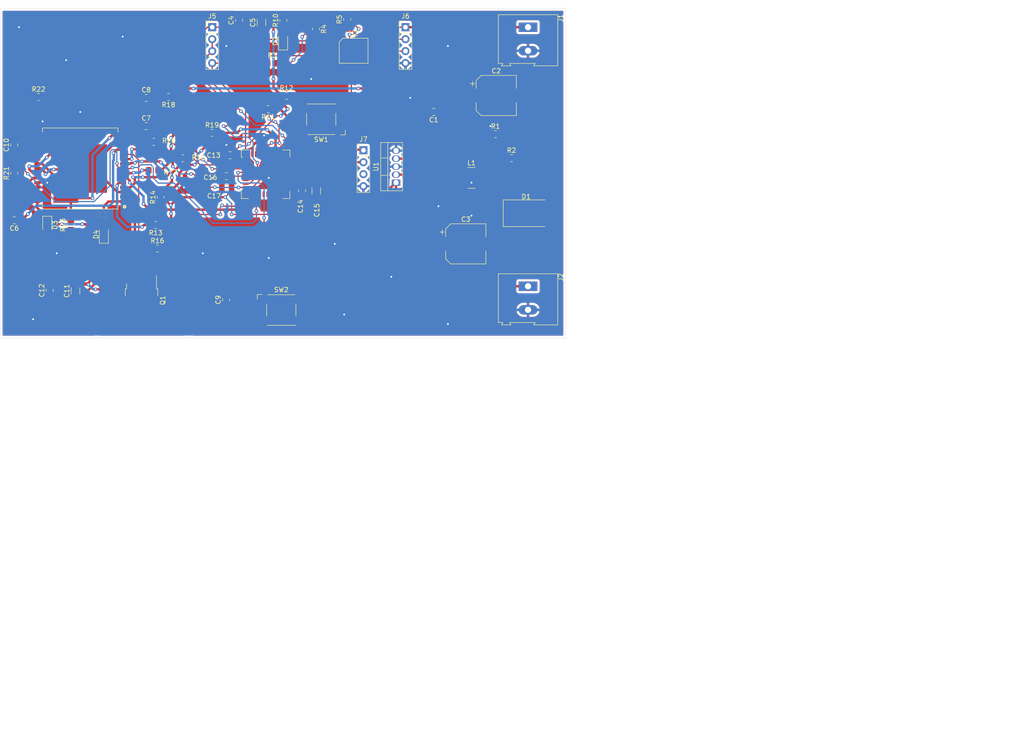
<source format=kicad_pcb>
(kicad_pcb (version 20171130) (host pcbnew "(5.1.9)-1")
  (title_block (title "PONTE H INTELIGENTE") (rev v1.0) (company UFU) (comment 1 SAMUEL))
  (layers (0 F.Cu signal) (31 B.Cu signal) (34 B.Paste user) (35 F.Paste user) (36 B.SilkS user) (37 F.SilkS user) (38 B.Mask user) (39 F.Mask user) (44 Edge.Cuts user))
  (net 0 "")
  (net 1 "Net-(C1-Pad2)")
  (net 2 GND)
  (net 3 /VIN_PONTE_H)
  (net 4 /VOUT)
  (net 5 "Net-(C9-Pad1)")
  (net 6 "Net-(C10-Pad1)")
  (net 7 +3V3)
  (net 8 "Net-(D1-Pad1)")
  (net 9 "Net-(D2-Pad2)")
  (net 10 "Net-(D3-Pad2)")
  (net 11 /OUTA)
  (net 12 /RX_RS485)
  (net 13 /RECEPCAO_RS485)
  (net 14 /TX_RS485)
  (net 15 /PIN_A_OUTROS_MODULOS)
  (net 16 /PIN_B_OUTROS_MODULOS)
  (net 17 /SWCLK)
  (net 18 /SDIO)
  (net 19 +5V)
  (net 20 "Net-(Q1-Pad1)")
  (net 21 "Net-(R11-Pad1)")
  (net 22 "Net-(R12-Pad2)")
  (net 23 "Net-(R13-Pad2)")
  (net 24 "Net-(R14-Pad2)")
  (net 25 "Net-(R15-Pad1)")
  (net 26 /M_INA)
  (net 27 /ENA\DIAGA)
  (net 28 "Net-(R17-Pad1)")
  (net 29 /PWM)
  (net 30 /ENB\DIAGB)
  (net 31 "Net-(R20-Pad1)")
  (net 32 /M_INB)
  (net 33 /SENS_COR)
  (net 34 /OUTB)
  (net 35 /CS_DIS)
  (net 36 "Net-(U4-Pad11)")
  (net 37 "Net-(U4-Pad12)")
  (net 38 "Net-(U4-Pad13)")
  (net 39 "Net-(U4-Pad14)")
  (net 40 "Net-(U4-Pad15)")
  (net 41 "Net-(U4-Pad18)")
  (net 42 "Net-(U4-Pad19)")
  (net 43 "Net-(U4-Pad20)")
  (net 44 "Net-(U4-Pad21)")
  (net 45 "Net-(U4-Pad22)")
  (net 46 "Net-(U4-Pad28)")
  (net 47 "Net-(U4-Pad29)")
  (net 48 "Net-(U4-Pad30)")
  (module "" (layer F.Cu) (at 125 126)
    (fp_text reference "" (at 132 92) (layer F.SilkS) (effects (font (size 1.27 1.27))))
    (fp_text value "" (at 132 92) (layer F.SilkS) (effects (font (size 1.27 1.27))))
  )
  (module Capacitor_SMD:C_0805_2012Metric_Pad1.18x1.45mm_HandSolder (layer F.Cu) (at 132 92 180)
    (fp_text reference C1 (at 0 -1.68) (layer F.SilkS))
    (fp_text value 10n)
    (pad 2 smd roundrect (at 1.0375 0 180) (size 1.175 1.45) (layers F.Cu F.Paste F.Mask) (roundrect_rratio 0.212766) (net 1 "Net-(C1-Pad2)"))
    (pad 1 smd roundrect (at -1.0375 0 180) (size 1.175 1.45) (layers F.Cu F.Paste F.Mask) (roundrect_rratio 0.212766) (net 7 +3V3))
  )
  (module Capacitor_SMD:CP_Elec_8x10 (layer F.Cu) (at 145.25 88.5)
    (fp_text reference C2 (at 0 -5.2) (layer F.SilkS))
    (fp_text value 220u)
    (pad 2 smd roundrect (at 3.25 0) (size 3.5 2.5) (layers F.Cu F.Paste F.Mask) (roundrect_rratio 0.1) (net 2 GND))
    (pad 1 smd roundrect (at -3.25 0) (size 3.5 2.5) (layers F.Cu F.Paste F.Mask) (roundrect_rratio 0.1) (net 7 +3V3))
  )
  (module Capacitor_SMD:CP_Elec_8x10 (layer F.Cu) (at 138.8 120)
    (fp_text reference C3 (at 0 -5.2) (layer F.SilkS))
    (fp_text value 100u)
    (pad 1 smd roundrect (at -3.25 0) (size 3.5 2.5) (layers F.Cu F.Paste F.Mask) (roundrect_rratio 0.1) (net 4 /VOUT))
    (pad 2 smd roundrect (at 3.25 0) (size 3.5 2.5) (layers F.Cu F.Paste F.Mask) (roundrect_rratio 0.1) (net 2 GND))
  )
  (module Capacitor_SMD:C_0805_2012Metric_Pad1.18x1.45mm_HandSolder (layer F.Cu) (at 90.7 72.55 90)
    (fp_text reference C4 (at 0 -1.68 90) (layer F.SilkS))
    (fp_text value 0.1u)
    (pad 1 smd roundrect (at -1.0375 0 90) (size 1.175 1.45) (layers F.Cu F.Paste F.Mask) (roundrect_rratio 0.212766) (net 2 GND))
    (pad 2 smd roundrect (at 1.0375 0 90) (size 1.175 1.45) (layers F.Cu F.Paste F.Mask) (roundrect_rratio 0.212766) (net 7 +3V3))
  )
  (module Capacitor_SMD:C_1206_3216Metric_Pad1.33x1.80mm_HandSolder (layer F.Cu) (at 95.45 73.025 90)
    (fp_text reference C5 (at 0 -1.85 90) (layer F.SilkS))
    (fp_text value 10u)
    (pad 2 smd roundrect (at 1.5625 0 90) (size 1.325 1.8) (layers F.Cu F.Paste F.Mask) (roundrect_rratio 0.188679) (net 7 +3V3))
    (pad 1 smd roundrect (at -1.5625 0 90) (size 1.325 1.8) (layers F.Cu F.Paste F.Mask) (roundrect_rratio 0.188679) (net 2 GND))
  )
  (module Capacitor_SMD:C_0805_2012Metric_Pad1.18x1.45mm_HandSolder (layer F.Cu) (at 43 115 180)
    (fp_text reference C6 (at 0 -1.68) (layer F.SilkS))
    (fp_text value 0.1u)
    (pad 1 smd roundrect (at -1.0375 0 180) (size 1.175 1.45) (layers F.Cu F.Paste F.Mask) (roundrect_rratio 0.212766) (net 3 /VIN_PONTE_H))
    (pad 2 smd roundrect (at 1.0375 0 180) (size 1.175 1.45) (layers F.Cu F.Paste F.Mask) (roundrect_rratio 0.212766) (net 2 GND))
  )
  (module Capacitor_SMD:C_0805_2012Metric_Pad1.18x1.45mm_HandSolder (layer F.Cu) (at 71 95)
    (fp_text reference C7 (at 0 -1.68) (layer F.SilkS))
    (fp_text value 100n)
    (pad 1 smd roundrect (at -1.0375 0) (size 1.175 1.45) (layers F.Cu F.Paste F.Mask) (roundrect_rratio 0.212766) (net 4 /VOUT))
    (pad 2 smd roundrect (at 1.0375 0) (size 1.175 1.45) (layers F.Cu F.Paste F.Mask) (roundrect_rratio 0.212766) (net 2 GND))
  )
  (module Capacitor_SMD:C_0805_2012Metric_Pad1.18x1.45mm_HandSolder (layer F.Cu) (at 71 89)
    (fp_text reference C8 (at 0 -1.68) (layer F.SilkS))
    (fp_text value 100n)
    (pad 2 smd roundrect (at 1.0375 0) (size 1.175 1.45) (layers F.Cu F.Paste F.Mask) (roundrect_rratio 0.212766) (net 2 GND))
    (pad 1 smd roundrect (at -1.0375 0) (size 1.175 1.45) (layers F.Cu F.Paste F.Mask) (roundrect_rratio 0.212766) (net 4 /VOUT))
  )
  (module Capacitor_SMD:C_0805_2012Metric_Pad1.18x1.45mm_HandSolder (layer F.Cu) (at 87.95 131.875 90)
    (fp_text reference C9 (at 0 -1.68 90) (layer F.SilkS))
    (fp_text value 100n)
    (pad 2 smd roundrect (at 1.0375 0 90) (size 1.175 1.45) (layers F.Cu F.Paste F.Mask) (roundrect_rratio 0.212766) (net 2 GND))
    (pad 1 smd roundrect (at -1.0375 0 90) (size 1.175 1.45) (layers F.Cu F.Paste F.Mask) (roundrect_rratio 0.212766) (net 5 "Net-(C9-Pad1)"))
  )
  (module Capacitor_SMD:C_0805_2012Metric_Pad1.18x1.45mm_HandSolder (layer F.Cu) (at 43 99 90)
    (fp_text reference C10 (at 0 -1.68 90) (layer F.SilkS))
    (fp_text value 33n)
    (pad 1 smd roundrect (at -1.0375 0 90) (size 1.175 1.45) (layers F.Cu F.Paste F.Mask) (roundrect_rratio 0.212766) (net 6 "Net-(C10-Pad1)"))
    (pad 2 smd roundrect (at 1.0375 0 90) (size 1.175 1.45) (layers F.Cu F.Paste F.Mask) (roundrect_rratio 0.212766) (net 2 GND))
  )
  (module Capacitor_SMD:C_1206_3216Metric_Pad1.33x1.80mm_HandSolder (layer F.Cu) (at 56 130 90)
    (fp_text reference C11 (at 0 -1.85 90) (layer F.SilkS))
    (fp_text value 47u)
    (pad 1 smd roundrect (at -1.5625 0 90) (size 1.325 1.8) (layers F.Cu F.Paste F.Mask) (roundrect_rratio 0.188679) (net 2 GND))
    (pad 2 smd roundrect (at 1.5625 0 90) (size 1.325 1.8) (layers F.Cu F.Paste F.Mask) (roundrect_rratio 0.188679) (net 4 /VOUT))
  )
  (module Capacitor_SMD:C_0805_2012Metric_Pad1.18x1.45mm_HandSolder (layer F.Cu) (at 50.525 129.875 90)
    (fp_text reference C12 (at 0 -1.68 90) (layer F.SilkS))
    (fp_text value 0.1u)
    (pad 2 smd roundrect (at 1.0375 0 90) (size 1.175 1.45) (layers F.Cu F.Paste F.Mask) (roundrect_rratio 0.212766) (net 4 /VOUT))
    (pad 1 smd roundrect (at -1.0375 0 90) (size 1.175 1.45) (layers F.Cu F.Paste F.Mask) (roundrect_rratio 0.212766) (net 2 GND))
  )
  (module Capacitor_SMD:C_0805_2012Metric_Pad1.18x1.45mm_HandSolder (layer F.Cu) (at 88.8 101.175 180)
    (fp_text reference C13 (at 3.5 -0.025) (layer F.SilkS))
    (fp_text value 100n)
    (pad 1 smd roundrect (at -1.0375 0 180) (size 1.175 1.45) (layers F.Cu F.Paste F.Mask) (roundrect_rratio 0.212766) (net 7 +3V3))
    (pad 2 smd roundrect (at 1.0375 0 180) (size 1.175 1.45) (layers F.Cu F.Paste F.Mask) (roundrect_rratio 0.212766) (net 2 GND))
  )
  (module Capacitor_SMD:C_0805_2012Metric_Pad1.18x1.45mm_HandSolder (layer F.Cu) (at 104.05 108.7 270)
    (fp_text reference C14 (at 3.325 0.325 90) (layer F.SilkS))
    (fp_text value 100n)
    (pad 2 smd roundrect (at 1.0375 0 270) (size 1.175 1.45) (layers F.Cu F.Paste F.Mask) (roundrect_rratio 0.212766) (net 2 GND))
    (pad 1 smd roundrect (at -1.0375 0 270) (size 1.175 1.45) (layers F.Cu F.Paste F.Mask) (roundrect_rratio 0.212766) (net 7 +3V3))
  )
  (module Capacitor_SMD:C_1206_3216Metric_Pad1.33x1.80mm_HandSolder (layer F.Cu) (at 107.075 108.75 270)
    (fp_text reference C15 (at 4.125 -0.125 90) (layer F.SilkS))
    (fp_text value 10u)
    (pad 1 smd roundrect (at -1.5625 0 270) (size 1.325 1.8) (layers F.Cu F.Paste F.Mask) (roundrect_rratio 0.188679) (net 7 +3V3))
    (pad 2 smd roundrect (at 1.5625 0 270) (size 1.325 1.8) (layers F.Cu F.Paste F.Mask) (roundrect_rratio 0.188679) (net 2 GND))
  )
  (module Capacitor_SMD:C_0805_2012Metric_Pad1.18x1.45mm_HandSolder (layer F.Cu) (at 88 105.625 180)
    (fp_text reference C16 (at 3.395 -0.265) (layer F.SilkS))
    (fp_text value 100n)
    (pad 2 smd roundrect (at 1.0375 0 180) (size 1.175 1.45) (layers F.Cu F.Paste F.Mask) (roundrect_rratio 0.212766) (net 2 GND))
    (pad 1 smd roundrect (at -1.0375 0 180) (size 1.175 1.45) (layers F.Cu F.Paste F.Mask) (roundrect_rratio 0.212766) (net 7 +3V3))
  )
  (module Capacitor_SMD:C_0805_2012Metric_Pad1.18x1.45mm_HandSolder (layer F.Cu) (at 88.075 108 180)
    (fp_text reference C17 (at 2.7 -1.825) (layer F.SilkS))
    (fp_text value 1u)
    (pad 1 smd roundrect (at -1.0375 0 180) (size 1.175 1.45) (layers F.Cu F.Paste F.Mask) (roundrect_rratio 0.212766) (net 7 +3V3))
    (pad 2 smd roundrect (at 1.0375 0 180) (size 1.175 1.45) (layers F.Cu F.Paste F.Mask) (roundrect_rratio 0.212766) (net 2 GND))
  )
  (module Diode_SMD:D_3220_8050Metric_Pad2.65x5.15mm_HandSolder (layer F.Cu) (at 151.6 113.5)
    (fp_text reference D1 (at 0 -3.52) (layer F.SilkS))
    (fp_text value 1N5822)
    (pad 1 smd roundrect (at -3.275 0) (size 2.65 5.15) (layers F.Cu F.Paste F.Mask) (roundrect_rratio 0.09433999999999999) (net 8 "Net-(D1-Pad1)"))
    (pad 2 smd roundrect (at 3.275 0) (size 2.65 5.15) (layers F.Cu F.Paste F.Mask) (roundrect_rratio 0.09433999999999999) (net 2 GND))
  )
  (module LED_SMD:LED_0805_2012Metric_Pad1.15x1.40mm_HandSolder (layer F.Cu) (at 100.05 76.975 90)
    (fp_text reference D2 (at 0 -1.65 90) (layer F.SilkS))
    (fp_text value LED)
    (pad 1 smd roundrect (at -1.025 0 90) (size 1.15 1.4) (layers F.Cu F.Paste F.Mask) (roundrect_rratio 0.217391) (net 2 GND))
    (pad 2 smd roundrect (at 1.025 0 90) (size 1.15 1.4) (layers F.Cu F.Paste F.Mask) (roundrect_rratio 0.217391) (net 9 "Net-(D2-Pad2)"))
  )
  (module LED_SMD:LED_0805_2012Metric_Pad1.15x1.40mm_HandSolder (layer F.Cu) (at 50 116 270)
    (fp_text reference D3 (at 0 -1.65 90) (layer F.SilkS))
    (fp_text value LED)
    (pad 2 smd roundrect (at 1.025 0 270) (size 1.15 1.4) (layers F.Cu F.Paste F.Mask) (roundrect_rratio 0.217391) (net 10 "Net-(D3-Pad2)"))
    (pad 1 smd roundrect (at -1.025 0 270) (size 1.15 1.4) (layers F.Cu F.Paste F.Mask) (roundrect_rratio 0.217391) (net 11 /OUTA))
  )
  (module LED_SMD:LED_0805_2012Metric_Pad1.15x1.40mm_HandSolder (layer F.Cu) (at 62 118 90)
    (fp_text reference D4 (at 0 -1.65 90) (layer F.SilkS))
    (fp_text value LED)
    (pad 1 smd roundrect (at -1.025 0 90) (size 1.15 1.4) (layers F.Cu F.Paste F.Mask) (roundrect_rratio 0.217391) (net 10 "Net-(D3-Pad2)"))
    (pad 2 smd roundrect (at 1.025 0 90) (size 1.15 1.4) (layers F.Cu F.Paste F.Mask) (roundrect_rratio 0.217391) (net 11 /OUTA))
  )
  (module TerminalBlock:TerminalBlock_Altech_AK300-2_P5.00mm (layer F.Cu) (at 152 74 270)
    (fp_text reference J1 (at -1.92 -6.99 90) (layer F.SilkS))
    (fp_text value Screw_Terminal_01x02)
    (pad 2 thru_hole oval (at 5 0 270) (size 1.98 3.96) (drill 1.32) (layers *.Cu *.Mask) (net 2 GND))
    (pad 1 thru_hole rect (at 0 0 270) (size 1.98 3.96) (drill 1.32) (layers *.Cu *.Mask) (net 7 +3V3))
  )
  (module TerminalBlock:TerminalBlock_Altech_AK300-2_P5.00mm (layer F.Cu) (at 152 129 270)
    (fp_text reference J2 (at -1.92 -6.99 90) (layer F.SilkS))
    (fp_text value Screw_Terminal_01x02)
    (pad 1 thru_hole rect (at 0 0 270) (size 1.98 3.96) (drill 1.32) (layers *.Cu *.Mask) (net 4 /VOUT))
    (pad 2 thru_hole oval (at 5 0 270) (size 1.98 3.96) (drill 1.32) (layers *.Cu *.Mask) (net 2 GND))
  )
  (module Connector_PinHeader_2.54mm:PinHeader_1x04_P2.54mm_Vertical (layer F.Cu) (at 85 74)
    (fp_text reference J5 (at 0 -2.33) (layer F.SilkS))
    (fp_text value Conn_01x04_Male)
    (pad 1 thru_hole rect (at 0 0) (size 1.7 1.7) (drill 1) (layers *.Cu *.Mask) (net 12 /RX_RS485))
    (pad 2 thru_hole oval (at 0 2.54) (size 1.7 1.7) (drill 1) (layers *.Cu *.Mask) (net 13 /RECEPCAO_RS485))
    (pad 3 thru_hole oval (at 0 5.08) (size 1.7 1.7) (drill 1) (layers *.Cu *.Mask) (net 13 /RECEPCAO_RS485))
    (pad 4 thru_hole oval (at 0 7.62) (size 1.7 1.7) (drill 1) (layers *.Cu *.Mask) (net 14 /TX_RS485))
  )
  (module Connector_PinHeader_2.54mm:PinHeader_1x04_P2.54mm_Vertical (layer F.Cu) (at 126 74)
    (fp_text reference J6 (at 0 -2.33) (layer F.SilkS))
    (fp_text value Conn_01x04_Male)
    (pad 4 thru_hole oval (at 0 7.62) (size 1.7 1.7) (drill 1) (layers *.Cu *.Mask) (net 2 GND))
    (pad 3 thru_hole oval (at 0 5.08) (size 1.7 1.7) (drill 1) (layers *.Cu *.Mask) (net 15 /PIN_A_OUTROS_MODULOS))
    (pad 2 thru_hole oval (at 0 2.54) (size 1.7 1.7) (drill 1) (layers *.Cu *.Mask) (net 16 /PIN_B_OUTROS_MODULOS))
    (pad 1 thru_hole rect (at 0 0) (size 1.7 1.7) (drill 1) (layers *.Cu *.Mask) (net 7 +3V3))
  )
  (module Connector_PinHeader_2.54mm:PinHeader_1x04_P2.54mm_Vertical (layer F.Cu) (at 117.075 100.125)
    (fp_text reference J7 (at 0 -2.33) (layer F.SilkS))
    (fp_text value Conn_01x04_Male)
    (pad 1 thru_hole rect (at 0 0) (size 1.7 1.7) (drill 1) (layers *.Cu *.Mask) (net 17 /SWCLK))
    (pad 2 thru_hole oval (at 0 2.54) (size 1.7 1.7) (drill 1) (layers *.Cu *.Mask) (net 18 /SDIO))
    (pad 3 thru_hole oval (at 0 5.08) (size 1.7 1.7) (drill 1) (layers *.Cu *.Mask) (net 19 +5V))
    (pad 4 thru_hole oval (at 0 7.62) (size 1.7 1.7) (drill 1) (layers *.Cu *.Mask) (net 2 GND))
  )
  (module Inductor_SMD:L_2816_7142Metric_Pad3.20x4.45mm_HandSolder (layer F.Cu) (at 140 106)
    (fp_text reference L1 (at 0 -3.18) (layer F.SilkS))
    (fp_text value 33u)
    (pad 1 smd roundrect (at -2.6 0) (size 3.2 4.45) (layers F.Cu F.Paste F.Mask) (roundrect_rratio 0.078125) (net 8 "Net-(D1-Pad1)"))
    (pad 2 smd roundrect (at 2.6 0) (size 3.2 4.45) (layers F.Cu F.Paste F.Mask) (roundrect_rratio 0.078125) (net 7 +3V3))
  )
  (module Package_TO_SOT_SMD:TO-252-2 (layer F.Cu) (at 70 132 270)
    (fp_text reference Q1 (at 0 -4.5 90) (layer F.SilkS))
    (fp_text value BS870)
    (pad 1 smd rect (at -4.2 -2.28 270) (size 2.2 1.2) (layers F.Cu F.Paste F.Mask) (net 20 "Net-(Q1-Pad1)"))
    (pad 3 smd rect (at -4.2 2.28 270) (size 2.2 1.2) (layers F.Cu F.Paste F.Mask) (net 3 /VIN_PONTE_H))
    (pad 2 smd rect (at 2.1 0 270) (size 6.4 5.8) (layers F.Cu F.Mask) (net 4 /VOUT))
  )
  (module Resistor_SMD:R_0805_2012Metric_Pad1.20x1.40mm_HandSolder (layer F.Cu) (at 145.1 96.7)
    (fp_text reference R1 (at 0 -1.65) (layer F.SilkS))
    (fp_text value 1.68k)
    (pad 1 smd roundrect (at -1 0) (size 1.2 1.4) (layers F.Cu F.Paste F.Mask) (roundrect_rratio 0.208333) (net 7 +3V3))
    (pad 2 smd roundrect (at 1 0) (size 1.2 1.4) (layers F.Cu F.Paste F.Mask) (roundrect_rratio 0.208333) (net 1 "Net-(C1-Pad2)"))
  )
  (module Resistor_SMD:R_0805_2012Metric_Pad1.20x1.40mm_HandSolder (layer F.Cu) (at 148.5 101.8)
    (fp_text reference R2 (at 0 -1.65) (layer F.SilkS))
    (fp_text value 1k)
    (pad 1 smd roundrect (at -1 0) (size 1.2 1.4) (layers F.Cu F.Paste F.Mask) (roundrect_rratio 0.208333) (net 1 "Net-(C1-Pad2)"))
    (pad 2 smd roundrect (at 1 0) (size 1.2 1.4) (layers F.Cu F.Paste F.Mask) (roundrect_rratio 0.208333) (net 2 GND))
  )
  (module Resistor_SMD:R_0805_2012Metric_Pad1.20x1.40mm_HandSolder (layer F.Cu) (at 97.75 81.65)
    (fp_text reference R3 (at 0 -1.65) (layer F.SilkS))
    (fp_text value 523)
    (pad 2 smd roundrect (at 1 0) (size 1.2 1.4) (layers F.Cu F.Paste F.Mask) (roundrect_rratio 0.208333) (net 16 /PIN_B_OUTROS_MODULOS))
    (pad 1 smd roundrect (at -1 0) (size 1.2 1.4) (layers F.Cu F.Paste F.Mask) (roundrect_rratio 0.208333) (net 2 GND))
  )
  (module Resistor_SMD:R_0805_2012Metric_Pad1.20x1.40mm_HandSolder (layer F.Cu) (at 107.025 74.375 270)
    (fp_text reference R4 (at 0 -1.65 90) (layer F.SilkS))
    (fp_text value 120)
    (pad 1 smd roundrect (at -1 0 270) (size 1.2 1.4) (layers F.Cu F.Paste F.Mask) (roundrect_rratio 0.208333) (net 15 /PIN_A_OUTROS_MODULOS))
    (pad 2 smd roundrect (at 1 0 270) (size 1.2 1.4) (layers F.Cu F.Paste F.Mask) (roundrect_rratio 0.208333) (net 16 /PIN_B_OUTROS_MODULOS))
  )
  (module Resistor_SMD:R_0805_2012Metric_Pad1.20x1.40mm_HandSolder (layer F.Cu) (at 113.625 72.35 90)
    (fp_text reference R5 (at 0 -1.65 90) (layer F.SilkS))
    (fp_text value 523)
    (pad 1 smd roundrect (at -1 0 90) (size 1.2 1.4) (layers F.Cu F.Paste F.Mask) (roundrect_rratio 0.208333) (net 15 /PIN_A_OUTROS_MODULOS))
    (pad 2 smd roundrect (at 1 0 90) (size 1.2 1.4) (layers F.Cu F.Paste F.Mask) (roundrect_rratio 0.208333) (net 7 +3V3))
  )
  (module Resistor_SMD:R_0805_2012Metric_Pad1.20x1.40mm_HandSolder (layer F.Cu) (at 100.1 72.55 90)
    (fp_text reference R10 (at 0 -1.65 90) (layer F.SilkS))
    (fp_text value 1K)
    (pad 2 smd roundrect (at 1 0 90) (size 1.2 1.4) (layers F.Cu F.Paste F.Mask) (roundrect_rratio 0.208333) (net 7 +3V3))
    (pad 1 smd roundrect (at -1 0 90) (size 1.2 1.4) (layers F.Cu F.Paste F.Mask) (roundrect_rratio 0.208333) (net 9 "Net-(D2-Pad2)"))
  )
  (module Resistor_SMD:R_0805_2012Metric_Pad1.20x1.40mm_HandSolder (layer F.Cu) (at 96.875 91.4 180)
    (fp_text reference R11 (at 0 -1.65) (layer F.SilkS))
    (fp_text value 10k)
    (pad 2 smd roundrect (at 1 0 180) (size 1.2 1.4) (layers F.Cu F.Paste F.Mask) (roundrect_rratio 0.208333) (net 2 GND))
    (pad 1 smd roundrect (at -1 0 180) (size 1.2 1.4) (layers F.Cu F.Paste F.Mask) (roundrect_rratio 0.208333) (net 21 "Net-(R11-Pad1)"))
  )
  (module Resistor_SMD:R_0805_2012Metric_Pad1.20x1.40mm_HandSolder (layer F.Cu) (at 100.75 88.575)
    (fp_text reference R12 (at 0 -1.65) (layer F.SilkS))
    (fp_text value 390R)
    (pad 2 smd roundrect (at 1 0) (size 1.2 1.4) (layers F.Cu F.Paste F.Mask) (roundrect_rratio 0.208333) (net 22 "Net-(R12-Pad2)"))
    (pad 1 smd roundrect (at -1 0) (size 1.2 1.4) (layers F.Cu F.Paste F.Mask) (roundrect_rratio 0.208333) (net 7 +3V3))
  )
  (module Resistor_SMD:R_0805_2012Metric_Pad1.20x1.40mm_HandSolder (layer F.Cu) (at 73 116 180)
    (fp_text reference R13 (at 0 -1.65) (layer F.SilkS))
    (fp_text value 4.7K)
    (pad 1 smd roundrect (at -1 0 180) (size 1.2 1.4) (layers F.Cu F.Paste F.Mask) (roundrect_rratio 0.208333) (net 7 +3V3))
    (pad 2 smd roundrect (at 1 0 180) (size 1.2 1.4) (layers F.Cu F.Paste F.Mask) (roundrect_rratio 0.208333) (net 23 "Net-(R13-Pad2)"))
  )
  (module Resistor_SMD:R_0805_2012Metric_Pad1.20x1.40mm_HandSolder (layer F.Cu) (at 74.075 110.1 90)
    (fp_text reference R14 (at 0 -1.65 90) (layer F.SilkS))
    (fp_text value 4.7K)
    (pad 2 smd roundrect (at 1 0 90) (size 1.2 1.4) (layers F.Cu F.Paste F.Mask) (roundrect_rratio 0.208333) (net 24 "Net-(R14-Pad2)"))
    (pad 1 smd roundrect (at -1 0 90) (size 1.2 1.4) (layers F.Cu F.Paste F.Mask) (roundrect_rratio 0.208333) (net 7 +3V3))
  )
  (module Resistor_SMD:R_0805_2012Metric_Pad1.20x1.40mm_HandSolder (layer F.Cu) (at 78.75 101.825)
    (fp_text reference R15 (at 3.35 -0.175) (layer F.SilkS))
    (fp_text value 1K)
    (pad 1 smd roundrect (at -1 0) (size 1.2 1.4) (layers F.Cu F.Paste F.Mask) (roundrect_rratio 0.208333) (net 25 "Net-(R15-Pad1)"))
    (pad 2 smd roundrect (at 1 0) (size 1.2 1.4) (layers F.Cu F.Paste F.Mask) (roundrect_rratio 0.208333) (net 26 /M_INA))
  )
  (module Resistor_SMD:R_0805_2012Metric_Pad1.20x1.40mm_HandSolder (layer F.Cu) (at 73.375 121)
    (fp_text reference R16 (at 0 -1.65) (layer F.SilkS))
    (fp_text value 1K)
    (pad 2 smd roundrect (at 1 0) (size 1.2 1.4) (layers F.Cu F.Paste F.Mask) (roundrect_rratio 0.208333) (net 27 /ENA\DIAGA))
    (pad 1 smd roundrect (at -1 0) (size 1.2 1.4) (layers F.Cu F.Paste F.Mask) (roundrect_rratio 0.208333) (net 23 "Net-(R13-Pad2)"))
  )
  (module Resistor_SMD:R_0805_2012Metric_Pad1.20x1.40mm_HandSolder (layer F.Cu) (at 72.525 104.375)
    (fp_text reference R17 (at 3.625 0.45) (layer F.SilkS))
    (fp_text value 1K)
    (pad 1 smd roundrect (at -1 0) (size 1.2 1.4) (layers F.Cu F.Paste F.Mask) (roundrect_rratio 0.208333) (net 28 "Net-(R17-Pad1)"))
    (pad 2 smd roundrect (at 1 0) (size 1.2 1.4) (layers F.Cu F.Paste F.Mask) (roundrect_rratio 0.208333) (net 29 /PWM))
  )
  (module Resistor_SMD:R_0805_2012Metric_Pad1.20x1.40mm_HandSolder (layer F.Cu) (at 75.725 88.825 180)
    (fp_text reference R18 (at 0 -1.65) (layer F.SilkS))
    (fp_text value 10K)
    (pad 1 smd roundrect (at -1 0 180) (size 1.2 1.4) (layers F.Cu F.Paste F.Mask) (roundrect_rratio 0.208333) (net 29 /PWM))
    (pad 2 smd roundrect (at 1 0 180) (size 1.2 1.4) (layers F.Cu F.Paste F.Mask) (roundrect_rratio 0.208333) (net 2 GND))
  )
  (module Resistor_SMD:R_0805_2012Metric_Pad1.20x1.40mm_HandSolder (layer F.Cu) (at 84.95 96.425)
    (fp_text reference R19 (at 0 -1.65) (layer F.SilkS))
    (fp_text value 1K)
    (pad 1 smd roundrect (at -1 0) (size 1.2 1.4) (layers F.Cu F.Paste F.Mask) (roundrect_rratio 0.208333) (net 24 "Net-(R14-Pad2)"))
    (pad 2 smd roundrect (at 1 0) (size 1.2 1.4) (layers F.Cu F.Paste F.Mask) (roundrect_rratio 0.208333) (net 30 /ENB\DIAGB))
  )
  (module Resistor_SMD:R_0805_2012Metric_Pad1.20x1.40mm_HandSolder (layer F.Cu) (at 72.6 98.325)
    (fp_text reference R20 (at 3.225 -0.225) (layer F.SilkS))
    (fp_text value 1K)
    (pad 1 smd roundrect (at -1 0) (size 1.2 1.4) (layers F.Cu F.Paste F.Mask) (roundrect_rratio 0.208333) (net 31 "Net-(R20-Pad1)"))
    (pad 2 smd roundrect (at 1 0) (size 1.2 1.4) (layers F.Cu F.Paste F.Mask) (roundrect_rratio 0.208333) (net 32 /M_INB))
  )
  (module Resistor_SMD:R_0805_2012Metric_Pad1.20x1.40mm_HandSolder (layer F.Cu) (at 43 105 90)
    (fp_text reference R21 (at 0 -1.65 90) (layer F.SilkS))
    (fp_text value 10K)
    (pad 2 smd roundrect (at 1 0 90) (size 1.2 1.4) (layers F.Cu F.Paste F.Mask) (roundrect_rratio 0.208333) (net 6 "Net-(C10-Pad1)"))
    (pad 1 smd roundrect (at -1 0 90) (size 1.2 1.4) (layers F.Cu F.Paste F.Mask) (roundrect_rratio 0.208333) (net 33 /SENS_COR))
  )
  (module Resistor_SMD:R_0805_2012Metric_Pad1.20x1.40mm_HandSolder (layer F.Cu) (at 48.15 88.825)
    (fp_text reference R22 (at 0 -1.65) (layer F.SilkS))
    (fp_text value 1K)
    (pad 2 smd roundrect (at 1 0) (size 1.2 1.4) (layers F.Cu F.Paste F.Mask) (roundrect_rratio 0.208333) (net 2 GND))
    (pad 1 smd roundrect (at -1 0) (size 1.2 1.4) (layers F.Cu F.Paste F.Mask) (roundrect_rratio 0.208333) (net 33 /SENS_COR))
  )
  (module Resistor_SMD:R_0805_2012Metric_Pad1.20x1.40mm_HandSolder (layer F.Cu) (at 55 116 90)
    (fp_text reference R23 (at 0 -1.65 90) (layer F.SilkS))
    (fp_text value 4.7K)
    (pad 2 smd roundrect (at 1 0 90) (size 1.2 1.4) (layers F.Cu F.Paste F.Mask) (roundrect_rratio 0.208333) (net 34 /OUTB))
    (pad 1 smd roundrect (at -1 0 90) (size 1.2 1.4) (layers F.Cu F.Paste F.Mask) (roundrect_rratio 0.208333) (net 10 "Net-(D3-Pad2)"))
  )
  (module Button_Switch_SMD:SW_SPST_Omron_B3FS-101xP (layer F.Cu) (at 108.125 93.55 180)
    (fp_text reference SW1 (at 0 -4.3) (layer F.SilkS))
    (fp_text value SW_MEC_5E)
    (pad 3 smd rect (at -4 2.25) (size 1.6 1.4) (layers F.Cu F.Paste F.Mask) (net 22 "Net-(R12-Pad2)"))
    (pad 4 smd rect (at 4 2.25) (size 1.6 1.4) (layers F.Cu F.Paste F.Mask) (net 22 "Net-(R12-Pad2)"))
    (pad 1 smd rect (at -4 -2.25) (size 1.6 1.4) (layers F.Cu F.Paste F.Mask) (net 21 "Net-(R11-Pad1)"))
    (pad 2 smd rect (at 4 -2.25) (size 1.6 1.4) (layers F.Cu F.Paste F.Mask) (net 21 "Net-(R11-Pad1)"))
  )
  (module Button_Switch_SMD:SW_SPST_Omron_B3FS-101xP (layer F.Cu) (at 99.65 134.05)
    (fp_text reference SW2 (at 0 -4.3) (layer F.SilkS))
    (fp_text value SW_MEC_5E)
    (pad 2 smd rect (at 4 -2.25 180) (size 1.6 1.4) (layers F.Cu F.Paste F.Mask) (net 2 GND))
    (pad 1 smd rect (at -4 -2.25 180) (size 1.6 1.4) (layers F.Cu F.Paste F.Mask) (net 2 GND))
    (pad 4 smd rect (at 4 2.25 180) (size 1.6 1.4) (layers F.Cu F.Paste F.Mask) (net 5 "Net-(C9-Pad1)"))
    (pad 3 smd rect (at -4 2.25 180) (size 1.6 1.4) (layers F.Cu F.Paste F.Mask) (net 5 "Net-(C9-Pad1)"))
  )
  (module Package_TO_SOT_THT:TO-220-5_Vertical (layer F.Cu) (at 124 107 90)
    (fp_text reference U1 (at 3.4 -4.27 90) (layer F.SilkS))
    (fp_text value REG_LM2596)
    (pad 1 thru_hole rect (at 0 0 90) (size 1.275 1.8) (drill 1.1) (layers *.Cu *.Mask) (net 4 /VOUT))
    (pad 2 thru_hole oval (at 1.7 0 90) (size 1.275 1.8) (drill 1.1) (layers *.Cu *.Mask) (net 8 "Net-(D1-Pad1)"))
    (pad 3 thru_hole oval (at 3.4 0 90) (size 1.275 1.8) (drill 1.1) (layers *.Cu *.Mask) (net 2 GND))
    (pad 4 thru_hole oval (at 5.1 0 90) (size 1.275 1.8) (drill 1.1) (layers *.Cu *.Mask) (net 1 "Net-(C1-Pad2)"))
    (pad 5 thru_hole oval (at 6.8 0 90) (size 1.275 1.8) (drill 1.1) (layers *.Cu *.Mask) (net 2 GND))
  )
  (module RS485:SOIC-8 (layer F.Cu) (at 115 79 270)
    (fp_text reference U2 (at -3.66 0) (layer F.SilkS))
    (fp_text value RS_485_ESA)
    (pad 8 smd rect (at -1.905 -2 270) (size 0.51 1.1) (layers F.Cu F.Paste F.Mask) (net 7 +3V3))
    (pad 1 smd rect (at -1.905 2 270) (size 0.51 1.1) (layers F.Cu F.Paste F.Mask) (net 12 /RX_RS485))
    (pad 7 smd rect (at -0.635 -2 270) (size 0.51 1.1) (layers F.Cu F.Paste F.Mask) (net 16 /PIN_B_OUTROS_MODULOS))
    (pad 2 smd rect (at -0.635 2 270) (size 0.51 1.1) (layers F.Cu F.Paste F.Mask) (net 13 /RECEPCAO_RS485))
    (pad 6 smd rect (at 0.635 -2 270) (size 0.51 1.1) (layers F.Cu F.Paste F.Mask) (net 15 /PIN_A_OUTROS_MODULOS))
    (pad 3 smd rect (at 0.635 2 270) (size 0.51 1.1) (layers F.Cu F.Paste F.Mask) (net 13 /RECEPCAO_RS485))
    (pad 5 smd rect (at 1.905 -2 270) (size 0.51 1.1) (layers F.Cu F.Paste F.Mask) (net 2 GND))
    (pad 4 smd rect (at 1.905 2 270) (size 0.51 1.1) (layers F.Cu F.Paste F.Mask) (net 14 /TX_RS485))
  )
  (module VNH5019ATR-E:IC_VNH5019ATR-E (layer F.Cu) (at 57 104 180)
    (fp_text reference U3 (at -4.45297 -9.79651) (layer F.SilkS) (effects (font (size 1.402504 1.402504) (thickness 0.015))))
    (fp_text value VNH5019ATR_E)
    (pad 8 smd rect (at -9.1 0 180) (size 1.3 0.665) (layers F.Cu F.Paste F.Mask) (net 33 /SENS_COR))
    (pad 23 smd rect (at 9.1 0 180) (size 1.3 0.665) (layers F.Cu F.Paste F.Mask) (net 4 /VOUT))
    (pad 7 smd rect (at -9.1 -1 180) (size 1.3 0.665) (layers F.Cu F.Paste F.Mask) (net 28 "Net-(R17-Pad1)"))
    (pad 6 smd rect (at -9.1 -2 180) (size 1.3 0.665) (layers F.Cu F.Paste F.Mask) (net 35 /CS_DIS))
    (pad 5 smd rect (at -9.1 -3 180) (size 1.3 0.665) (layers F.Cu F.Paste F.Mask) (net 23 "Net-(R13-Pad2)"))
    (pad 4 smd rect (at -9.1 -4 180) (size 1.3 0.665) (layers F.Cu F.Paste F.Mask) (net 25 "Net-(R15-Pad1)"))
    (pad 3 smd rect (at -9.1 -5 180) (size 1.3 0.665) (layers F.Cu F.Paste F.Mask) (net 4 /VOUT))
    (pad 2 smd rect (at -9.1 -6 180) (size 1.3 0.665) (layers F.Cu F.Paste F.Mask) (net 4 /VOUT))
    (pad 1 smd rect (at -9.1 -7 180) (size 1.3 0.665) (layers F.Cu F.Paste F.Mask) (net 11 /OUTA))
    (pad 9 smd rect (at -9.1 1 180) (size 1.3 0.665) (layers F.Cu F.Paste F.Mask) (net 24 "Net-(R14-Pad2)"))
    (pad 10 smd rect (at -9.1 2 180) (size 1.3 0.665) (layers F.Cu F.Paste F.Mask) (net 31 "Net-(R20-Pad1)"))
    (pad 11 smd rect (at -9.1 3 180) (size 1.3 0.665) (layers F.Cu F.Paste F.Mask) (net 20 "Net-(Q1-Pad1)"))
    (pad 12 smd rect (at -9.1 4 180) (size 1.3 0.665) (layers F.Cu F.Paste F.Mask) (net 3 /VIN_PONTE_H))
    (pad 13 smd rect (at -9.1 5 180) (size 1.3 0.665) (layers F.Cu F.Paste F.Mask) (net 4 /VOUT))
    (pad 14 smd rect (at -9.1 6 180) (size 1.3 0.665) (layers F.Cu F.Paste F.Mask) (net 4 /VOUT))
    (pad 15 smd rect (at -9.1 7 180) (size 1.3 0.665) (layers F.Cu F.Paste F.Mask) (net 34 /OUTB))
    (pad 24 smd rect (at 9.1 -1 180) (size 1.3 0.665) (layers F.Cu F.Paste F.Mask) (net 11 /OUTA))
    (pad 25 smd rect (at 9.1 -2 180) (size 1.3 0.665) (layers F.Cu F.Paste F.Mask) (net 11 /OUTA))
    (pad 26 smd rect (at 9.1 -3 180) (size 1.3 0.665) (layers F.Cu F.Paste F.Mask) (net 2 GND))
    (pad 27 smd rect (at 9.1 -4 180) (size 1.3 0.665) (layers F.Cu F.Paste F.Mask) (net 2 GND))
    (pad 28 smd rect (at 9.1 -5 180) (size 1.3 0.665) (layers F.Cu F.Paste F.Mask) (net 2 GND))
    (pad 29 smd rect (at 9.1 -6 180) (size 1.3 0.665) (layers F.Cu F.Paste F.Mask) (net 2 GND))
    (pad 30 smd rect (at 9.1 -7 180) (size 1.3 0.665) (layers F.Cu F.Paste F.Mask) (net 11 /OUTA))
    (pad 22 smd rect (at 9.1 1 180) (size 1.3 0.665) (layers F.Cu F.Paste F.Mask) (net 34 /OUTB))
    (pad 21 smd rect (at 9.1 2 180) (size 1.3 0.665) (layers F.Cu F.Paste F.Mask) (net 34 /OUTB))
    (pad 20 smd rect (at 9.1 3 180) (size 1.3 0.665) (layers F.Cu F.Paste F.Mask) (net 2 GND))
    (pad 19 smd rect (at 9.1 4 180) (size 1.3 0.665) (layers F.Cu F.Paste F.Mask) (net 2 GND))
    (pad 18 smd rect (at 9.1 5 180) (size 1.3 0.665) (layers F.Cu F.Paste F.Mask) (net 2 GND))
    (pad 17 smd rect (at 9.1 6 180) (size 1.3 0.665) (layers F.Cu F.Paste F.Mask) (net 2 GND))
    (pad 16 smd rect (at 9.1 7 180) (size 1.3 0.665) (layers F.Cu F.Paste F.Mask) (net 34 /OUTB))
    (pad 31 smd rect (at -3.05 0 180) (size 5.25 10.3) (layers F.Cu F.Mask) (net 4 /VOUT))
    (pad 32 smd rect (at 3.05 -4.165 180) (size 5.25 6.23) (layers F.Cu F.Mask) (net 34 /OUTB))
    (pad 33 smd rect (at 3.05 4.165 180) (size 5.25 6.23) (layers F.Cu F.Mask) (net 11 /OUTA))
  )
  (module CHIP_ST:QFP-32_10x10_Pitch0.8mm (layer F.Cu) (at 96.325 105.225)
    (fp_text reference U4 hide)
    (fp_text value STM32L082KZT)
    (pad 1 smd rect (at -4.25 -2.8 90) (size 0.5 1.2) (layers F.Cu F.Paste F.Mask) (net 7 +3V3))
    (pad 2 smd rect (at -4.25 -2 90) (size 0.5 1.2) (layers F.Cu F.Paste F.Mask) (net 26 /M_INA))
    (pad 3 smd rect (at -4.25 -1.2 90) (size 0.5 1.2) (layers F.Cu F.Paste F.Mask) (net 32 /M_INB))
    (pad 4 smd rect (at -4.25 -0.4 90) (size 0.5 1.2) (layers F.Cu F.Paste F.Mask) (net 5 "Net-(C9-Pad1)"))
    (pad 5 smd rect (at -4.25 0.4 90) (size 0.5 1.2) (layers F.Cu F.Paste F.Mask) (net 7 +3V3))
    (pad 6 smd rect (at -4.25 1.2 90) (size 0.5 1.2) (layers F.Cu F.Paste F.Mask) (net 14 /TX_RS485))
    (pad 7 smd rect (at -4.25 2 90) (size 0.5 1.2) (layers F.Cu F.Paste F.Mask) (net 12 /RX_RS485))
    (pad 8 smd rect (at -4.25 2.8 90) (size 0.5 1.2) (layers F.Cu F.Paste F.Mask) (net 29 /PWM))
    (pad 9 smd rect (at -2.8 4.25) (size 0.5 1.2) (layers F.Cu F.Paste F.Mask) (net 35 /CS_DIS))
    (pad 10 smd rect (at -2 4.25) (size 0.5 1.2) (layers F.Cu F.Paste F.Mask) (net 33 /SENS_COR))
    (pad 11 smd rect (at -1.2 4.25) (size 0.5 1.2) (layers F.Cu F.Paste F.Mask) (net 36 "Net-(U4-Pad11)"))
    (pad 12 smd rect (at -0.4 4.25) (size 0.5 1.2) (layers F.Cu F.Paste F.Mask) (net 37 "Net-(U4-Pad12)"))
    (pad 13 smd rect (at 0.4 4.25) (size 0.5 1.2) (layers F.Cu F.Paste F.Mask) (net 38 "Net-(U4-Pad13)"))
    (pad 14 smd rect (at 1.2 4.25) (size 0.5 1.2) (layers F.Cu F.Paste F.Mask) (net 39 "Net-(U4-Pad14)"))
    (pad 15 smd rect (at 2 4.25) (size 0.5 1.2) (layers F.Cu F.Paste F.Mask) (net 40 "Net-(U4-Pad15)"))
    (pad 16 smd rect (at 2.8 4.25) (size 0.5 1.2) (layers F.Cu F.Paste F.Mask) (net 2 GND))
    (pad 17 smd rect (at 4.25 2.8 90) (size 0.5 1.2) (layers F.Cu F.Paste F.Mask) (net 7 +3V3))
    (pad 18 smd rect (at 4.25 2 90) (size 0.5 1.2) (layers F.Cu F.Paste F.Mask) (net 41 "Net-(U4-Pad18)"))
    (pad 19 smd rect (at 4.25 1.2 90) (size 0.5 1.2) (layers F.Cu F.Paste F.Mask) (net 42 "Net-(U4-Pad19)"))
    (pad 20 smd rect (at 4.25 0.4 90) (size 0.5 1.2) (layers F.Cu F.Paste F.Mask) (net 43 "Net-(U4-Pad20)"))
    (pad 21 smd rect (at 4.25 -0.4 90) (size 0.5 1.2) (layers F.Cu F.Paste F.Mask) (net 44 "Net-(U4-Pad21)"))
    (pad 22 smd rect (at 4.25 -1.2 90) (size 0.5 1.2) (layers F.Cu F.Paste F.Mask) (net 45 "Net-(U4-Pad22)"))
    (pad 23 smd rect (at 4.25 -2 90) (size 0.5 1.2) (layers F.Cu F.Paste F.Mask) (net 18 /SDIO))
    (pad 24 smd rect (at 4.25 -2.8 90) (size 0.5 1.2) (layers F.Cu F.Paste F.Mask) (net 17 /SWCLK))
    (pad 25 smd rect (at 2.8 -4.25) (size 0.5 1.2) (layers F.Cu F.Paste F.Mask) (net 13 /RECEPCAO_RS485))
    (pad 26 smd rect (at 2 -4.25) (size 0.5 1.2) (layers F.Cu F.Paste F.Mask) (net 30 /ENB\DIAGB))
    (pad 27 smd rect (at 1.2 -4.25) (size 0.5 1.2) (layers F.Cu F.Paste F.Mask) (net 27 /ENA\DIAGA))
    (pad 28 smd rect (at 0.4 -4.25) (size 0.5 1.2) (layers F.Cu F.Paste F.Mask) (net 46 "Net-(U4-Pad28)"))
    (pad 29 smd rect (at -0.4 -4.25) (size 0.5 1.2) (layers F.Cu F.Paste F.Mask) (net 47 "Net-(U4-Pad29)"))
    (pad 30 smd rect (at -1.2 -4.25) (size 0.5 1.2) (layers F.Cu F.Paste F.Mask) (net 48 "Net-(U4-Pad30)"))
    (pad 31 smd rect (at -2 -4.25) (size 0.5 1.2) (layers F.Cu F.Paste F.Mask) (net 21 "Net-(R11-Pad1)"))
    (pad 32 smd rect (at -2.8 -4.25) (size 0.5 1.2) (layers F.Cu F.Paste F.Mask) (net 2 GND))
  )
  (gr_line (start 40 140) (end 40 70) (layer Edge.Cuts) (width 0.05))
  (gr_line (start 160 140) (end 40 140) (layer Edge.Cuts) (width 0.05))
  (gr_line (start 160 70) (end 160 140) (layer Edge.Cuts) (width 0.05))
  (gr_line (start 110 70) (end 160 70) (layer Edge.Cuts) (width 0.05))
  (gr_line (start 40 70) (end 110 70) (layer Edge.Cuts) (width 0.05))
  (via (at 97 123) (size 0.762) (drill 0.381) (layers F.Cu B.Cu) (net 2))
  (via (at 44 74) (size 0.762) (drill 0.381) (layers F.Cu B.Cu) (net 2))
  (via (at 57 92) (size 0.762) (drill 0.381) (layers F.Cu B.Cu) (net 2))
  (via (at 135 137) (size 0.762) (drill 0.381) (layers F.Cu B.Cu) (net 2))
  (via (at 113 135) (size 0.762) (drill 0.381) (layers F.Cu B.Cu) (net 2))
  (via (at 85 106) (size 0.762) (drill 0.381) (layers F.Cu B.Cu) (net 2))
  (segment (start 130.725 92.2375) (end 130.9625 92) (width 0.254) (layer F.Cu) (net 1))
  (segment (start 125.2 101.9) (end 130.725 96.375) (width 0.254) (layer F.Cu) (net 1))
  (segment (start 124 101.9) (end 125.2 101.9) (width 0.254) (layer F.Cu) (net 1))
  (segment (start 130.725 96.525) (end 130.725 96.075) (width 0.254) (layer F.Cu) (net 1))
  (segment (start 130.725 96.375) (end 130.725 96.075) (width 0.254) (layer F.Cu) (net 1))
  (segment (start 130.9625 96.3455) (end 130.9625 92) (width 0.508) (layer F.Cu) (net 1))
  (segment (start 125.408 101.9) (end 130.9625 96.3455) (width 0.508) (layer F.Cu) (net 1))
  (segment (start 124 101.9) (end 125.408 101.9) (width 0.508) (layer F.Cu) (net 1))
  (segment (start 146.1 96.7) (end 146.1 97.05) (width 0.508) (layer F.Cu) (net 1))
  (segment (start 147.5 101.8) (end 147.5 98.1) (width 0.508) (layer F.Cu) (net 1))
  (segment (start 147.5 98.1) (end 146.1 96.7) (width 0.508) (layer F.Cu) (net 1))
  (segment (start 130.725 93.275) (end 130.725 92.2375) (width 0.254) (layer F.Cu) (net 1))
  (segment (start 130.725 96.075) (end 130.725 93.275) (width 0.254) (layer F.Cu) (net 1))
  (segment (start 131.224852 92) (end 130.9625 92) (width 0.508) (layer F.Cu) (net 1))
  (segment (start 134 94) (end 132 94) (width 0.508) (layer F.Cu) (net 1))
  (segment (start 135 93) (end 134 94) (width 0.508) (layer F.Cu) (net 1))
  (segment (start 140 93) (end 135 93) (width 0.508) (layer F.Cu) (net 1))
  (segment (start 141 94) (end 140 93) (width 0.508) (layer F.Cu) (net 1))
  (segment (start 141 98) (end 141 94) (width 0.508) (layer F.Cu) (net 1))
  (segment (start 142 99) (end 141 98) (width 0.508) (layer F.Cu) (net 1))
  (segment (start 145 99) (end 142 99) (width 0.508) (layer F.Cu) (net 1))
  (segment (start 146.1 97.9) (end 145 99) (width 0.508) (layer F.Cu) (net 1))
  (segment (start 146.1 96.7) (end 146.1 97.9) (width 0.508) (layer F.Cu) (net 1))
  (segment (start 130.9625 92.9625) (end 132 94) (width 0.508) (layer F.Cu) (net 1))
  (segment (start 130.9625 92) (end 130.9625 92.9625) (width 0.508) (layer F.Cu) (net 1))
  (via (at 127 89) (size 0.762) (drill 0.381) (layers F.Cu B.Cu) (net 2))
  (via (at 49 94) (size 0.762) (drill 0.381) (layers F.Cu B.Cu) (net 2))
  (via (at 79 108) (size 0.762) (drill 0.381) (layers F.Cu B.Cu) (net 2))
  (via (at 96 97) (size 0.762) (drill 0.381) (layers F.Cu B.Cu) (net 2))
  (via (at 66 76) (size 0.762) (drill 0.381) (layers F.Cu B.Cu) (net 2))
  (via (at 123 127) (size 0.762) (drill 0.381) (layers F.Cu B.Cu) (net 2))
  (via (at 88 99) (size 0.762) (drill 0.381) (layers F.Cu B.Cu) (net 2))
  (via (at 88 78) (size 0.762) (drill 0.381) (layers F.Cu B.Cu) (net 2))
  (via (at 50 107) (size 0.762) (drill 0.381) (layers F.Cu B.Cu) (net 2))
  (segment (start 136 77) (end 135 78) (width 0.254) (layer F.Cu) (net 2))
  (via (at 140 107) (size 0.762) (drill 0.381) (layers F.Cu B.Cu) (net 2))
  (via (at 135 78) (size 0.762) (drill 0.381) (layers F.Cu B.Cu) (net 2))
  (via (at 47 136) (size 0.762) (drill 0.381) (layers F.Cu B.Cu) (net 2))
  (via (at 83 122) (size 0.762) (drill 0.381) (layers F.Cu B.Cu) (net 2))
  (via (at 106 85) (size 0.762) (drill 0.381) (layers F.Cu B.Cu) (net 2))
  (via (at 133 112) (size 0.762) (drill 0.381) (layers F.Cu B.Cu) (net 2))
  (via (at 52 122) (size 0.762) (drill 0.381) (layers F.Cu B.Cu) (net 2))
  (via (at 111 120) (size 0.762) (drill 0.381) (layers F.Cu B.Cu) (net 2))
  (via (at 97 106) (size 0.762) (drill 0.381) (layers F.Cu B.Cu) (net 2))
  (via (at 54 81) (size 0.762) (drill 0.381) (layers F.Cu B.Cu) (net 2))
  (via (at 140 114) (size 0.762) (drill 0.381) (layers F.Cu B.Cu) (net 2))
  (via (at 144 95) (size 0.762) (drill 0.381) (layers F.Cu B.Cu) (net 2))
  (segment (start 96.75 81.65) (end 96.75 82.625) (width 0.254) (layer F.Cu) (net 2))
  (segment (start 95.875 83.5) (end 95.875 91.4) (width 0.254) (layer F.Cu) (net 2))
  (segment (start 96.75 82.625) (end 95.875 83.5) (width 0.254) (layer F.Cu) (net 2))
  (via (at 45.875 113.675) (size 0.762) (drill 0.381) (layers F.Cu B.Cu) (net 3))
  (via (at 64.05 100.725) (size 0.762) (drill 0.381) (layers F.Cu B.Cu) (net 3))
  (segment (start 66.1 100) (end 64.775 100) (width 0.508) (layer F.Cu) (net 3))
  (segment (start 64.775 100) (end 64.05 100.725) (width 0.508) (layer F.Cu) (net 3))
  (segment (start 64.125 100.8) (end 64.05 100.725) (width 0.508) (layer B.Cu) (net 3))
  (segment (start 64.125 102.2) (end 64.125 100.8) (width 0.508) (layer B.Cu) (net 3))
  (segment (start 63.972999 102.352001) (end 64.125 102.2) (width 0.508) (layer B.Cu) (net 3))
  (segment (start 63.972999 111.127001) (end 63.972999 102.352001) (width 0.508) (layer B.Cu) (net 3))
  (segment (start 63.2 111.9) (end 63.972999 111.127001) (width 0.508) (layer B.Cu) (net 3))
  (segment (start 47.65 111.9) (end 63.2 111.9) (width 0.508) (layer B.Cu) (net 3))
  (segment (start 45.875 113.675) (end 47.65 111.9) (width 0.508) (layer B.Cu) (net 3))
  (segment (start 60.765538 127.8) (end 58.525 130.040538) (width 0.508) (layer F.Cu) (net 3))
  (segment (start 58.525 130.040538) (end 58.525 132.525) (width 0.508) (layer F.Cu) (net 3))
  (segment (start 67.72 127.8) (end 60.765538 127.8) (width 0.508) (layer F.Cu) (net 3))
  (segment (start 58.525 132.525) (end 57.65 133.4) (width 0.508) (layer F.Cu) (net 3))
  (segment (start 57.65 133.4) (end 48.925 133.4) (width 0.508) (layer F.Cu) (net 3))
  (segment (start 48.925 133.4) (end 44.0375 128.5125) (width 0.508) (layer F.Cu) (net 3))
  (segment (start 44.0375 115) (end 44.0375 128.5125) (width 0.508) (layer F.Cu) (net 3))
  (segment (start 44.55 115) (end 45.875 113.675) (width 0.508) (layer F.Cu) (net 3))
  (segment (start 44.0375 115) (end 44.55 115) (width 0.508) (layer F.Cu) (net 3))
  (segment (start 135.55 120) (end 133.325 120) (width 0.508) (layer F.Cu) (net 4))
  (segment (start 124 110.675) (end 124 107) (width 0.508) (layer F.Cu) (net 4))
  (segment (start 133.325 120) (end 124 110.675) (width 0.508) (layer F.Cu) (net 4))
  (segment (start 152 129) (end 143.7 129) (width 0.508) (layer F.Cu) (net 4))
  (segment (start 143.7 129) (end 140.925 129) (width 0.508) (layer F.Cu) (net 4))
  (segment (start 135.55 123.625) (end 135.55 120) (width 0.508) (layer F.Cu) (net 4))
  (segment (start 140.925 129) (end 135.55 123.625) (width 0.508) (layer F.Cu) (net 4))
  (via (at 49.625 105.225) (size 0.762) (drill 0.381) (layers F.Cu B.Cu) (net 4))
  (via (at 51.375 104.2) (size 0.762) (drill 0.381) (layers F.Cu B.Cu) (net 4))
  (via (at 60.25 129.65) (size 0.762) (drill 0.381) (layers F.Cu B.Cu) (net 4))
  (via (at 58.7 128.625) (size 0.762) (drill 0.381) (layers F.Cu B.Cu) (net 4))
  (segment (start 59.85 104.2) (end 60.05 104) (width 0.508) (layer F.Cu) (net 4))
  (segment (start 51.375 104.2) (end 59.85 104.2) (width 0.508) (layer F.Cu) (net 4))
  (segment (start 60.05 104.151443) (end 60.05 104) (width 0.508) (layer F.Cu) (net 4))
  (segment (start 64.898557 109) (end 60.05 104.151443) (width 0.508) (layer F.Cu) (net 4))
  (segment (start 66.1 109) (end 64.898557 109) (width 0.508) (layer F.Cu) (net 4))
  (segment (start 66.1 109) (end 66.1 110) (width 0.508) (layer F.Cu) (net 4))
  (segment (start 60.05 102.892) (end 60.05 104) (width 0.508) (layer F.Cu) (net 4))
  (segment (start 64.942 98) (end 60.05 102.892) (width 0.508) (layer F.Cu) (net 4))
  (segment (start 66.1 98) (end 64.942 98) (width 0.508) (layer F.Cu) (net 4))
  (segment (start 66.1 98) (end 66.1 99) (width 0.508) (layer F.Cu) (net 4))
  (segment (start 51.375 104.2) (end 50.65 104.2) (width 0.508) (layer B.Cu) (net 4))
  (segment (start 50.65 104.2) (end 49.625 105.225) (width 0.508) (layer B.Cu) (net 4))
  (segment (start 49.625 104.919538) (end 49.625 105.225) (width 0.508) (layer F.Cu) (net 4))
  (segment (start 48.705462 104) (end 49.625 104.919538) (width 0.508) (layer F.Cu) (net 4))
  (segment (start 47.9 104) (end 48.705462 104) (width 0.508) (layer F.Cu) (net 4))
  (segment (start 59.725 129.65) (end 58.7 128.625) (width 0.508) (layer B.Cu) (net 4))
  (segment (start 60.25 129.65) (end 59.725 129.65) (width 0.508) (layer B.Cu) (net 4))
  (segment (start 67.175 134.1) (end 62.725 129.65) (width 0.508) (layer F.Cu) (net 4))
  (segment (start 70 134.1) (end 67.175 134.1) (width 0.508) (layer F.Cu) (net 4))
  (segment (start 62.725 129.65) (end 60.25 129.65) (width 0.508) (layer F.Cu) (net 4))
  (segment (start 56.1875 128.625) (end 56 128.4375) (width 0.508) (layer F.Cu) (net 4))
  (segment (start 58.7 128.625) (end 56.1875 128.625) (width 0.508) (layer F.Cu) (net 4))
  (segment (start 55.6 128.8375) (end 56 128.4375) (width 0.508) (layer F.Cu) (net 4))
  (segment (start 50.525 128.8375) (end 55.6 128.8375) (width 0.508) (layer F.Cu) (net 4))
  (segment (start 67.258 98) (end 68.075 97.183) (width 0.508) (layer F.Cu) (net 4))
  (segment (start 66.1 98) (end 67.258 98) (width 0.508) (layer F.Cu) (net 4))
  (segment (start 68.075 97.183) (end 68.075 95.6) (width 0.508) (layer F.Cu) (net 4))
  (segment (start 68.675 95) (end 69.9625 95) (width 0.508) (layer F.Cu) (net 4))
  (segment (start 68.075 95.6) (end 68.675 95) (width 0.508) (layer F.Cu) (net 4))
  (segment (start 69.9625 89) (end 69.9625 95) (width 0.508) (layer F.Cu) (net 4))
  (segment (start 68.6 110.05) (end 67.55 109) (width 0.508) (layer F.Cu) (net 4))
  (segment (start 68.6 122.4) (end 68.6 110.05) (width 0.508) (layer F.Cu) (net 4))
  (segment (start 67.55 109) (end 66.1 109) (width 0.508) (layer F.Cu) (net 4))
  (segment (start 65 126) (end 68.6 122.4) (width 0.508) (layer F.Cu) (net 4))
  (segment (start 61 126) (end 65 126) (width 0.508) (layer F.Cu) (net 4))
  (segment (start 58.5625 128.4375) (end 61 126) (width 0.508) (layer F.Cu) (net 4))
  (segment (start 56 128.4375) (end 58.5625 128.4375) (width 0.508) (layer F.Cu) (net 4))
  (segment (start 123.889347 107) (end 122 108.889347) (width 0.508) (layer F.Cu) (net 4))
  (segment (start 124 107) (end 123.889347 107) (width 0.508) (layer F.Cu) (net 4))
  (segment (start 122 108.889347) (end 122 110) (width 0.508) (layer F.Cu) (net 4))
  (segment (start 122 110) (end 121 111) (width 0.508) (layer F.Cu) (net 4))
  (segment (start 121 111) (end 120 111) (width 0.508) (layer F.Cu) (net 4))
  (segment (start 120 111) (end 119 110) (width 0.508) (layer F.Cu) (net 4))
  (segment (start 119 110) (end 119 89) (width 0.508) (layer F.Cu) (net 4))
  (segment (start 119 89) (end 117 87) (width 0.508) (layer F.Cu) (net 4))
  (via (at 116 87) (size 0.762) (drill 0.381) (layers F.Cu B.Cu) (net 4))
  (segment (start 117 87) (end 116 87) (width 0.508) (layer F.Cu) (net 4))
  (via (at 81 87) (size 0.762) (drill 0.381) (layers F.Cu B.Cu) (net 4))
  (segment (start 116 87) (end 81 87) (width 0.508) (layer B.Cu) (net 4))
  (segment (start 81 87) (end 80 87) (width 0.508) (layer F.Cu) (net 4))
  (segment (start 80 87) (end 78 85) (width 0.508) (layer F.Cu) (net 4))
  (segment (start 78 85) (end 71 85) (width 0.508) (layer F.Cu) (net 4))
  (segment (start 60.05 95.95) (end 60.05 104) (width 0.508) (layer F.Cu) (net 4))
  (segment (start 71 85) (end 60.05 95.95) (width 0.508) (layer F.Cu) (net 4))
  (segment (start 103.65 136.3) (end 95.65 136.3) (width 0.254) (layer F.Cu) (net 5))
  (segment (start 95.65 136.3) (end 88.975 136.3) (width 0.254) (layer F.Cu) (net 5))
  (segment (start 87.95 135.275) (end 87.95 132.9125) (width 0.254) (layer F.Cu) (net 5))
  (segment (start 88.975 136.3) (end 87.95 135.275) (width 0.254) (layer F.Cu) (net 5))
  (via (at 90.475 104.85) (size 0.762) (drill 0.381) (layers F.Cu B.Cu) (net 5))
  (segment (start 90.5 104.825) (end 90.475 104.85) (width 0.254) (layer F.Cu) (net 5))
  (segment (start 92.075 104.825) (end 90.5 104.825) (width 0.254) (layer F.Cu) (net 5))
  (segment (start 90.475 104.85) (end 90.475 106.5) (width 0.254) (layer B.Cu) (net 5))
  (segment (start 90.475 106.5) (end 91.05 107.075) (width 0.254) (layer B.Cu) (net 5))
  (via (at 96 114.4612) (size 0.762) (drill 0.381) (layers F.Cu B.Cu) (net 5))
  (segment (start 96 114.4612) (end 96 116.05) (width 0.254) (layer F.Cu) (net 5))
  (segment (start 96 116.05) (end 95 117.05) (width 0.254) (layer F.Cu) (net 5))
  (segment (start 95 117.05) (end 86.575 117.05) (width 0.254) (layer F.Cu) (net 5))
  (segment (start 86.575 117.05) (end 85.825 117.8) (width 0.254) (layer F.Cu) (net 5))
  (segment (start 85.825 117.8) (end 85.825 132.35) (width 0.254) (layer F.Cu) (net 5))
  (segment (start 86.3875 132.9125) (end 87.95 132.9125) (width 0.254) (layer F.Cu) (net 5))
  (segment (start 85.825 132.35) (end 86.3875 132.9125) (width 0.254) (layer F.Cu) (net 5))
  (segment (start 91.05 107.075) (end 95.1 107.075) (width 0.254) (layer B.Cu) (net 5))
  (segment (start 96 107.975) (end 96 114.4612) (width 0.254) (layer B.Cu) (net 5))
  (segment (start 95.1 107.075) (end 96 107.975) (width 0.254) (layer B.Cu) (net 5))
  (segment (start 43 104) (end 43 100.0375) (width 0.508) (layer F.Cu) (net 6))
  (segment (start 143.75 74) (end 142 75.75) (width 0.508) (layer F.Cu) (net 7))
  (segment (start 152 74) (end 143.75 74) (width 0.508) (layer F.Cu) (net 7))
  (segment (start 142.6 106) (end 149.125 106) (width 0.508) (layer F.Cu) (net 7))
  (segment (start 149.125 106) (end 153.65 101.475) (width 0.508) (layer F.Cu) (net 7))
  (segment (start 153.65 101.475) (end 153.65 96.35) (width 0.508) (layer F.Cu) (net 7))
  (segment (start 153.65 96.35) (end 152 94.7) (width 0.508) (layer F.Cu) (net 7))
  (segment (start 152 94.7) (end 145.575 94.7) (width 0.508) (layer F.Cu) (net 7))
  (segment (start 144.1 96.175) (end 144.1 96.7) (width 0.508) (layer F.Cu) (net 7))
  (segment (start 145.575 94.7) (end 144.1 96.175) (width 0.508) (layer F.Cu) (net 7))
  (segment (start 144.1 96.7) (end 142.7 96.7) (width 0.508) (layer F.Cu) (net 7))
  (segment (start 142 96) (end 142 88.5) (width 0.508) (layer F.Cu) (net 7))
  (segment (start 142.7 96.7) (end 142 96) (width 0.508) (layer F.Cu) (net 7))
  (segment (start 139.5 88.5) (end 142 88.5) (width 0.508) (layer F.Cu) (net 7))
  (segment (start 139 91) (end 139 89) (width 0.508) (layer F.Cu) (net 7))
  (segment (start 139 89) (end 139.5 88.5) (width 0.508) (layer F.Cu) (net 7))
  (segment (start 138 92) (end 139 91) (width 0.508) (layer F.Cu) (net 7))
  (segment (start 133.0375 92) (end 138 92) (width 0.508) (layer F.Cu) (net 7))
  (segment (start 122.375 74) (end 126 74) (width 0.254) (layer F.Cu) (net 7))
  (segment (start 113.625 71.35) (end 115.975 71.35) (width 0.254) (layer F.Cu) (net 7))
  (segment (start 117 72.375) (end 117 77.095) (width 0.254) (layer F.Cu) (net 7))
  (segment (start 115.975 71.35) (end 117 72.375) (width 0.254) (layer F.Cu) (net 7))
  (segment (start 117 77.095) (end 120.905 77.095) (width 0.254) (layer F.Cu) (net 7))
  (segment (start 121.6875 76.3125) (end 121.6875 74.6875) (width 0.254) (layer F.Cu) (net 7))
  (segment (start 120.905 77.095) (end 121.6875 76.3125) (width 0.254) (layer F.Cu) (net 7))
  (segment (start 121.6875 74.6875) (end 122.375 74) (width 0.254) (layer F.Cu) (net 7))
  (segment (start 100.575 108.025) (end 101.429 108.025) (width 0.254) (layer F.Cu) (net 7))
  (segment (start 89.0375 105.625) (end 92.075 105.625) (width 0.254) (layer F.Cu) (net 7))
  (segment (start 89.8375 101.175) (end 89.8375 101.4125) (width 0.254) (layer F.Cu) (net 7))
  (segment (start 90.85 102.425) (end 92.075 102.425) (width 0.254) (layer F.Cu) (net 7))
  (segment (start 89.8375 101.4125) (end 90.85 102.425) (width 0.254) (layer F.Cu) (net 7))
  (segment (start 100.575 108.025) (end 101.875 108.025) (width 0.254) (layer F.Cu) (net 7))
  (segment (start 102.2375 107.6625) (end 104.05 107.6625) (width 0.254) (layer F.Cu) (net 7))
  (segment (start 101.875 108.025) (end 102.2375 107.6625) (width 0.254) (layer F.Cu) (net 7))
  (segment (start 104.05 107.6625) (end 105.1125 107.6625) (width 0.254) (layer F.Cu) (net 7))
  (segment (start 105.5875 107.1875) (end 107.075 107.1875) (width 0.254) (layer F.Cu) (net 7))
  (segment (start 105.1125 107.6625) (end 105.5875 107.1875) (width 0.254) (layer F.Cu) (net 7))
  (segment (start 89.1125 105.7) (end 89.0375 105.625) (width 0.254) (layer F.Cu) (net 7))
  (segment (start 89.1125 108) (end 89.1125 105.7) (width 0.254) (layer F.Cu) (net 7))
  (via (at 101.025 91.35) (size 0.762) (drill 0.381) (layers F.Cu B.Cu) (net 7))
  (via (at 99.55 92.825) (size 0.762) (drill 0.381) (layers F.Cu B.Cu) (net 7))
  (via (at 90.875 99.2) (size 0.762) (drill 0.381) (layers F.Cu B.Cu) (net 7))
  (segment (start 89.8375 100.2375) (end 90.875 99.2) (width 0.254) (layer F.Cu) (net 7))
  (segment (start 89.8375 101.175) (end 89.8375 100.2375) (width 0.254) (layer F.Cu) (net 7))
  (via (at 92.7862 98.725) (size 0.762) (drill 0.381) (layers F.Cu B.Cu) (net 7))
  (segment (start 92.3112 99.2) (end 92.7862 98.725) (width 0.254) (layer B.Cu) (net 7))
  (segment (start 90.875 99.2) (end 92.3112 99.2) (width 0.254) (layer B.Cu) (net 7))
  (segment (start 98.6862 92.825) (end 99.55 92.825) (width 0.254) (layer F.Cu) (net 7))
  (segment (start 92.7862 98.725) (end 98.6862 92.825) (width 0.254) (layer F.Cu) (net 7))
  (segment (start 93.005201 105.339161) (end 92.939161 105.405201) (width 0.254) (layer F.Cu) (net 7))
  (segment (start 93.005201 102.710839) (end 93.005201 105.339161) (width 0.254) (layer F.Cu) (net 7))
  (segment (start 92.719362 102.425) (end 93.005201 102.710839) (width 0.254) (layer F.Cu) (net 7))
  (segment (start 92.075 102.425) (end 92.719362 102.425) (width 0.254) (layer F.Cu) (net 7))
  (segment (start 92.719362 105.625) (end 93.005201 105.339161) (width 0.254) (layer F.Cu) (net 7))
  (segment (start 92.075 105.625) (end 92.719362 105.625) (width 0.254) (layer F.Cu) (net 7))
  (segment (start 100.575 108.025) (end 100.575 112.125) (width 0.254) (layer F.Cu) (net 7))
  (via (at 89.125 113.75) (size 0.762) (drill 0.381) (layers F.Cu B.Cu) (net 7))
  (segment (start 98.95 113.75) (end 89.125 113.75) (width 0.254) (layer F.Cu) (net 7))
  (segment (start 100.575 112.125) (end 98.95 113.75) (width 0.254) (layer F.Cu) (net 7))
  (via (at 87.75 110.1) (size 0.762) (drill 0.381) (layers F.Cu B.Cu) (net 7))
  (segment (start 89.125 111.475) (end 87.75 110.1) (width 0.254) (layer B.Cu) (net 7))
  (segment (start 89.125 113.75) (end 89.125 111.475) (width 0.254) (layer B.Cu) (net 7))
  (segment (start 89.1125 108.7375) (end 89.1125 108) (width 0.254) (layer F.Cu) (net 7))
  (segment (start 87.75 110.1) (end 89.1125 108.7375) (width 0.254) (layer F.Cu) (net 7))
  (via (at 76.275 113.575) (size 0.762) (drill 0.381) (layers F.Cu B.Cu) (net 7))
  (via (at 76.175 111.775) (size 0.762) (drill 0.381) (layers F.Cu B.Cu) (net 7))
  (segment (start 126 74) (end 136 74) (width 0.508) (layer F.Cu) (net 7))
  (segment (start 136 74) (end 138 76) (width 0.508) (layer F.Cu) (net 7))
  (segment (start 138 76) (end 138 77) (width 0.508) (layer F.Cu) (net 7))
  (segment (start 138 77) (end 139 78) (width 0.508) (layer F.Cu) (net 7))
  (segment (start 139 78) (end 142 78) (width 0.508) (layer F.Cu) (net 7))
  (segment (start 142 78) (end 142 88.5) (width 0.508) (layer F.Cu) (net 7))
  (segment (start 142 75.75) (end 142 78) (width 0.508) (layer F.Cu) (net 7))
  (segment (start 100.1 71.55) (end 99.45 71.55) (width 0.508) (layer F.Cu) (net 7))
  (via (at 98 75) (size 0.762) (drill 0.381) (layers F.Cu B.Cu) (net 7))
  (segment (start 98 73) (end 98 75) (width 0.508) (layer F.Cu) (net 7))
  (segment (start 99.45 71.55) (end 98 73) (width 0.508) (layer F.Cu) (net 7))
  (segment (start 98 75) (end 98 83) (width 0.508) (layer B.Cu) (net 7))
  (via (at 98 85) (size 0.762) (drill 0.381) (layers F.Cu B.Cu) (net 7))
  (segment (start 98 83) (end 98 85) (width 0.508) (layer B.Cu) (net 7))
  (segment (start 98 86.825) (end 99.75 88.575) (width 0.508) (layer F.Cu) (net 7))
  (segment (start 98 85) (end 98 86.825) (width 0.508) (layer F.Cu) (net 7))
  (segment (start 77.85 110.1) (end 76.175 111.775) (width 0.508) (layer F.Cu) (net 7))
  (segment (start 87.75 110.1) (end 77.85 110.1) (width 0.508) (layer F.Cu) (net 7))
  (segment (start 75.5 111.1) (end 76.175 111.775) (width 0.508) (layer F.Cu) (net 7))
  (segment (start 74.075 111.1) (end 75.5 111.1) (width 0.508) (layer F.Cu) (net 7))
  (segment (start 74 116) (end 75 116) (width 0.508) (layer F.Cu) (net 7))
  (segment (start 76.275 114.725) (end 76.275 113.575) (width 0.508) (layer F.Cu) (net 7))
  (segment (start 75 116) (end 76.275 114.725) (width 0.508) (layer F.Cu) (net 7))
  (segment (start 76.275 111.875) (end 76.175 111.775) (width 0.508) (layer B.Cu) (net 7))
  (segment (start 76.275 113.575) (end 76.275 111.875) (width 0.508) (layer B.Cu) (net 7))
  (segment (start 99.75 90.075) (end 101.025 91.35) (width 0.508) (layer F.Cu) (net 7))
  (segment (start 99.75 88.575) (end 99.75 90.075) (width 0.508) (layer F.Cu) (net 7))
  (segment (start 100.6875 91.6875) (end 99.55 92.825) (width 0.508) (layer B.Cu) (net 7))
  (segment (start 100.6875 91.6875) (end 101.025 91.35) (width 0.508) (layer B.Cu) (net 7))
  (segment (start 100.3 71.35) (end 100.1 71.55) (width 0.508) (layer F.Cu) (net 7))
  (segment (start 113.625 71.35) (end 100.3 71.35) (width 0.508) (layer F.Cu) (net 7))
  (segment (start 95.5375 71.55) (end 95.45 71.4625) (width 0.508) (layer F.Cu) (net 7))
  (segment (start 100.1 71.55) (end 95.5375 71.55) (width 0.508) (layer F.Cu) (net 7))
  (segment (start 90.75 71.4625) (end 90.7 71.5125) (width 0.508) (layer F.Cu) (net 7))
  (segment (start 95.45 71.4625) (end 90.75 71.4625) (width 0.508) (layer F.Cu) (net 7))
  (segment (start 142.5 113.5) (end 137.6625 108.6625) (width 0.508) (layer F.Cu) (net 8))
  (segment (start 148.325 113.5) (end 142.5 113.5) (width 0.508) (layer F.Cu) (net 8))
  (segment (start 137.6625 106.2625) (end 137.4 106) (width 0.508) (layer F.Cu) (net 8))
  (segment (start 137.6625 108.6625) (end 137.6625 106.2625) (width 0.508) (layer F.Cu) (net 8))
  (segment (start 136.7 105.3) (end 124 105.3) (width 0.508) (layer F.Cu) (net 8))
  (segment (start 137.4 106) (end 136.7 105.3) (width 0.508) (layer F.Cu) (net 8))
  (segment (start 100.1 75.9) (end 100.05 75.95) (width 0.508) (layer F.Cu) (net 9))
  (segment (start 100.1 73.55) (end 100.1 75.9) (width 0.508) (layer F.Cu) (net 9))
  (segment (start 55 117) (end 56.35 117) (width 0.508) (layer F.Cu) (net 10))
  (segment (start 56.35 117) (end 58.375 119.025) (width 0.508) (layer F.Cu) (net 10))
  (segment (start 58.375 119.025) (end 62 119.025) (width 0.508) (layer F.Cu) (net 10))
  (segment (start 50.025 117) (end 50 117.025) (width 0.508) (layer F.Cu) (net 10))
  (segment (start 55 117) (end 50.025 117) (width 0.508) (layer F.Cu) (net 10))
  (via (at 46.2 103.525) (size 0.762) (drill 0.381) (layers F.Cu B.Cu) (net 11))
  (via (at 49.9 101.65) (size 0.762) (drill 0.381) (layers F.Cu B.Cu) (net 11))
  (segment (start 46.996 106) (end 46.25 106.746) (width 0.508) (layer F.Cu) (net 11))
  (segment (start 47.9 106) (end 46.996 106) (width 0.508) (layer F.Cu) (net 11))
  (segment (start 46.25 106.746) (end 46.25 110.225) (width 0.508) (layer F.Cu) (net 11))
  (segment (start 46.25 110.225) (end 47.025 111) (width 0.508) (layer F.Cu) (net 11))
  (segment (start 47.025 111) (end 47.9 111) (width 0.508) (layer F.Cu) (net 11))
  (segment (start 47.9 105) (end 47.9 106) (width 0.508) (layer F.Cu) (net 11))
  (segment (start 50 114.475) (end 47.9 112.375) (width 0.508) (layer F.Cu) (net 11))
  (segment (start 50 114.975) (end 50 114.475) (width 0.508) (layer F.Cu) (net 11))
  (segment (start 47.9 112.375) (end 47.9 111) (width 0.508) (layer F.Cu) (net 11))
  (segment (start 51.715 99.835) (end 49.9 101.65) (width 0.508) (layer F.Cu) (net 11))
  (segment (start 53.95 99.835) (end 51.715 99.835) (width 0.508) (layer F.Cu) (net 11))
  (segment (start 47.9 105) (end 46.996 105) (width 0.508) (layer F.Cu) (net 11))
  (segment (start 46.996 105) (end 46.996 104.980462) (width 0.508) (layer F.Cu) (net 11))
  (segment (start 46.2 104.184462) (end 46.2 103.525) (width 0.508) (layer F.Cu) (net 11))
  (segment (start 46.996 104.980462) (end 46.2 104.184462) (width 0.508) (layer F.Cu) (net 11))
  (segment (start 62 116.975) (end 59.225 116.975) (width 0.508) (layer F.Cu) (net 11))
  (via (at 57.425 115.825) (size 0.762) (drill 0.381) (layers F.Cu B.Cu) (net 11))
  (segment (start 58.075 115.825) (end 57.425 115.825) (width 0.508) (layer F.Cu) (net 11))
  (segment (start 59.225 116.975) (end 58.075 115.825) (width 0.508) (layer F.Cu) (net 11))
  (segment (start 57.425 115.825) (end 53.15 115.825) (width 0.508) (layer B.Cu) (net 11))
  (via (at 53.15 115.825) (size 0.762) (drill 0.381) (layers F.Cu B.Cu) (net 11))
  (segment (start 50 114.975) (end 51.125 114.975) (width 0.508) (layer F.Cu) (net 11))
  (segment (start 51.975 115.825) (end 53.15 115.825) (width 0.508) (layer F.Cu) (net 11))
  (segment (start 51.125 114.975) (end 51.975 115.825) (width 0.508) (layer F.Cu) (net 11))
  (segment (start 62 116.975) (end 62 112) (width 0.508) (layer F.Cu) (net 11))
  (segment (start 62 112) (end 63 111) (width 0.508) (layer F.Cu) (net 11))
  (segment (start 63 111) (end 66.1 111) (width 0.508) (layer F.Cu) (net 11))
  (segment (start 48.025 103.525) (end 49.9 101.65) (width 0.508) (layer B.Cu) (net 11))
  (segment (start 46.2 103.525) (end 48.025 103.525) (width 0.508) (layer B.Cu) (net 11))
  (segment (start 87.2 74) (end 85 74) (width 0.254) (layer F.Cu) (net 12))
  (segment (start 89.8 76.6) (end 87.2 74) (width 0.254) (layer F.Cu) (net 12))
  (segment (start 98.675 76.6) (end 89.8 76.6) (width 0.254) (layer F.Cu) (net 12))
  (segment (start 110.425 76.9) (end 98.975 76.9) (width 0.254) (layer F.Cu) (net 12))
  (segment (start 110.62 77.095) (end 110.425 76.9) (width 0.254) (layer F.Cu) (net 12))
  (segment (start 98.975 76.9) (end 98.675 76.6) (width 0.254) (layer F.Cu) (net 12))
  (segment (start 113 77.095) (end 110.62 77.095) (width 0.254) (layer F.Cu) (net 12))
  (segment (start 92.929 107.225) (end 94.575 105.579) (width 0.254) (layer F.Cu) (net 12))
  (segment (start 92.075 107.225) (end 92.929 107.225) (width 0.254) (layer F.Cu) (net 12))
  (via (at 94.6 102.775) (size 0.762) (drill 0.381) (layers F.Cu B.Cu) (net 12))
  (segment (start 94.575 102.8) (end 94.6 102.775) (width 0.254) (layer F.Cu) (net 12))
  (segment (start 94.575 105.579) (end 94.575 102.8) (width 0.254) (layer F.Cu) (net 12))
  (segment (start 94.6 102.775) (end 93.7 101.875) (width 0.254) (layer B.Cu) (net 12))
  (segment (start 93.7 101.875) (end 93.7 98.425) (width 0.254) (layer B.Cu) (net 12))
  (segment (start 93.7 98.425) (end 92.625 97.35) (width 0.254) (layer B.Cu) (net 12))
  (segment (start 92.625 97.35) (end 89.775 97.35) (width 0.254) (layer B.Cu) (net 12))
  (segment (start 89.775 97.35) (end 87.325 94.9) (width 0.254) (layer B.Cu) (net 12))
  (via (at 87.4 95) (size 0.762) (drill 0.381) (layers F.Cu B.Cu) (net 12))
  (segment (start 87.325 94.925) (end 87.4 95) (width 0.254) (layer B.Cu) (net 12))
  (segment (start 87.325 94.9) (end 87.325 94.925) (width 0.254) (layer B.Cu) (net 12))
  (segment (start 85 74) (end 84 74) (width 0.254) (layer F.Cu) (net 12))
  (segment (start 84 74) (end 82 76) (width 0.254) (layer F.Cu) (net 12))
  (segment (start 82 76) (end 82 84) (width 0.254) (layer F.Cu) (net 12))
  (segment (start 82 84) (end 90 92) (width 0.254) (layer F.Cu) (net 12))
  (segment (start 90 92) (end 90 93) (width 0.254) (layer F.Cu) (net 12))
  (segment (start 88 95) (end 87.4 95) (width 0.254) (layer F.Cu) (net 12))
  (segment (start 90 93) (end 88 95) (width 0.254) (layer F.Cu) (net 12))
  (segment (start 85 76.54) (end 85 79.08) (width 0.254) (layer F.Cu) (net 13))
  (segment (start 113 78.365) (end 113 79.635) (width 0.254) (layer F.Cu) (net 13))
  (segment (start 99.125 100.975) (end 99.125 99.75) (width 0.254) (layer F.Cu) (net 13))
  (segment (start 99.125 99.75) (end 100.625 98.25) (width 0.254) (layer F.Cu) (net 13))
  (segment (start 100.625 98.25) (end 113.375 98.25) (width 0.254) (layer F.Cu) (net 13))
  (segment (start 113.375 98.25) (end 114.525 97.1) (width 0.254) (layer F.Cu) (net 13))
  (segment (start 113.804 79.635) (end 113 79.635) (width 0.254) (layer F.Cu) (net 13))
  (segment (start 114.525 80.356) (end 113.804 79.635) (width 0.254) (layer F.Cu) (net 13))
  (segment (start 114.525 97.1) (end 114.525 80.356) (width 0.254) (layer F.Cu) (net 13))
  (segment (start 83.819799 80.260201) (end 83.414799 80.260201) (width 0.254) (layer F.Cu) (net 13))
  (segment (start 85 79.08) (end 83.819799 80.260201) (width 0.254) (layer F.Cu) (net 13))
  (segment (start 83.414799 80.260201) (end 82.875 80.8) (width 0.254) (layer F.Cu) (net 13))
  (via (at 91.1 91.85) (size 0.762) (drill 0.381) (layers F.Cu B.Cu) (net 13))
  (segment (start 82.875 83.625) (end 91.1 91.85) (width 0.254) (layer F.Cu) (net 13))
  (segment (start 82.875 80.8) (end 82.875 83.625) (width 0.254) (layer F.Cu) (net 13))
  (segment (start 91.1 91.85) (end 94.1 94.85) (width 0.254) (layer B.Cu) (net 13))
  (segment (start 97.761352 94.85) (end 99.8862 96.974848) (width 0.254) (layer B.Cu) (net 13))
  (via (at 99.8862 96.974848) (size 0.762) (drill 0.381) (layers F.Cu B.Cu) (net 13))
  (segment (start 94.1 94.85) (end 97.761352 94.85) (width 0.254) (layer B.Cu) (net 13))
  (segment (start 100.625 97.713648) (end 100.625 98.25) (width 0.254) (layer F.Cu) (net 13))
  (segment (start 99.8862 96.974848) (end 100.625 97.713648) (width 0.254) (layer F.Cu) (net 13))
  (segment (start 89.18 81.62) (end 90.75 80.05) (width 0.254) (layer F.Cu) (net 14))
  (segment (start 90.75 80.05) (end 109.6 80.05) (width 0.254) (layer F.Cu) (net 14))
  (segment (start 110.455 80.905) (end 113 80.905) (width 0.254) (layer F.Cu) (net 14))
  (segment (start 109.6 80.05) (end 110.455 80.905) (width 0.254) (layer F.Cu) (net 14))
  (segment (start 88.795 81.62) (end 89.18 81.62) (width 0.254) (layer F.Cu) (net 14))
  (segment (start 85 81.62) (end 88.795 81.62) (width 0.254) (layer F.Cu) (net 14))
  (segment (start 93.725 102.619362) (end 92.075 100.969362) (width 0.254) (layer F.Cu) (net 14))
  (segment (start 93.725 105.629) (end 93.725 102.619362) (width 0.254) (layer F.Cu) (net 14))
  (segment (start 92.929 106.425) (end 93.725 105.629) (width 0.254) (layer F.Cu) (net 14))
  (segment (start 92.075 106.425) (end 92.929 106.425) (width 0.254) (layer F.Cu) (net 14))
  (segment (start 85 84) (end 92.075 91.075) (width 0.254) (layer F.Cu) (net 14))
  (segment (start 85 81.62) (end 85 84) (width 0.254) (layer F.Cu) (net 14))
  (segment (start 92.075 100.969362) (end 92.075 91.075) (width 0.254) (layer F.Cu) (net 14))
  (segment (start 117 79.635) (end 121.265 79.635) (width 0.254) (layer F.Cu) (net 15))
  (segment (start 121.82 79.08) (end 126 79.08) (width 0.254) (layer F.Cu) (net 15))
  (segment (start 121.265 79.635) (end 121.82 79.08) (width 0.254) (layer F.Cu) (net 15))
  (segment (start 113.6 73.375) (end 113.625 73.35) (width 0.254) (layer F.Cu) (net 15))
  (segment (start 107.025 73.375) (end 113.6 73.375) (width 0.254) (layer F.Cu) (net 15))
  (segment (start 113.625 73.35) (end 115.075 73.35) (width 0.254) (layer F.Cu) (net 15))
  (via (at 116.075 74.35) (size 0.762) (drill 0.381) (layers F.Cu B.Cu) (net 15))
  (segment (start 115.075 73.35) (end 116.075 74.35) (width 0.254) (layer F.Cu) (net 15))
  (segment (start 116.075 74.35) (end 114.875 75.55) (width 0.254) (layer B.Cu) (net 15))
  (via (at 114.125 75.55) (size 0.762) (drill 0.381) (layers F.Cu B.Cu) (net 15))
  (segment (start 114.875 75.55) (end 114.125 75.55) (width 0.254) (layer B.Cu) (net 15))
  (segment (start 114.125 75.55) (end 114.125 78.475) (width 0.254) (layer F.Cu) (net 15))
  (segment (start 115.285 79.635) (end 117 79.635) (width 0.254) (layer F.Cu) (net 15))
  (segment (start 114.125 78.475) (end 115.285 79.635) (width 0.254) (layer F.Cu) (net 15))
  (via (at 102.25 80.925) (size 0.762) (drill 0.381) (layers F.Cu B.Cu) (net 16))
  (segment (start 101.525 81.65) (end 102.25 80.925) (width 0.254) (layer F.Cu) (net 16))
  (segment (start 98.75 81.65) (end 101.525 81.65) (width 0.254) (layer F.Cu) (net 16))
  (segment (start 102.25 80.925) (end 104.125 79.05) (width 0.254) (layer B.Cu) (net 16))
  (via (at 104.1 76.025) (size 0.762) (drill 0.381) (layers F.Cu B.Cu) (net 16))
  (segment (start 104.125 76.05) (end 104.1 76.025) (width 0.254) (layer B.Cu) (net 16))
  (segment (start 104.125 79.05) (end 104.125 76.05) (width 0.254) (layer B.Cu) (net 16))
  (segment (start 104.75 75.375) (end 107.025 75.375) (width 0.254) (layer F.Cu) (net 16))
  (segment (start 104.1 76.025) (end 104.75 75.375) (width 0.254) (layer F.Cu) (net 16))
  (segment (start 107.025 75.375) (end 108.35 75.375) (width 0.254) (layer F.Cu) (net 16))
  (segment (start 108.35 75.375) (end 108.9 74.825) (width 0.254) (layer F.Cu) (net 16))
  (segment (start 108.9 74.825) (end 114.875 74.825) (width 0.254) (layer F.Cu) (net 16))
  (segment (start 114.875 74.825) (end 115.575 75.525) (width 0.254) (layer F.Cu) (net 16))
  (segment (start 115.575 75.525) (end 115.575 78.125) (width 0.254) (layer F.Cu) (net 16))
  (segment (start 115.815 78.365) (end 117 78.365) (width 0.254) (layer F.Cu) (net 16))
  (segment (start 115.575 78.125) (end 115.815 78.365) (width 0.254) (layer F.Cu) (net 16))
  (segment (start 117 78.365) (end 121.635 78.365) (width 0.254) (layer F.Cu) (net 16))
  (segment (start 121.635 78.365) (end 122 78) (width 0.254) (layer F.Cu) (net 16))
  (segment (start 122 77.08) (end 122.54 76.54) (width 0.254) (layer F.Cu) (net 16))
  (segment (start 122 78) (end 122 77.08) (width 0.254) (layer F.Cu) (net 16))
  (segment (start 122.54 76.54) (end 126 76.54) (width 0.254) (layer F.Cu) (net 16))
  (segment (start 102.575 102.425) (end 103.489801 101.510199) (width 0.508) (layer F.Cu) (net 17))
  (segment (start 100.575 102.425) (end 102.575 102.425) (width 0.508) (layer F.Cu) (net 17))
  (segment (start 103.489801 101.510199) (end 113.489801 101.510199) (width 0.508) (layer F.Cu) (net 17))
  (segment (start 113.489801 101.510199) (end 115 100) (width 0.508) (layer F.Cu) (net 17))
  (segment (start 116.95 100) (end 117.075 100.125) (width 0.508) (layer F.Cu) (net 17))
  (segment (start 115 100) (end 116.95 100) (width 0.508) (layer F.Cu) (net 17))
  (segment (start 103.1 103.225) (end 103.66 102.665) (width 0.508) (layer F.Cu) (net 18))
  (segment (start 100.575 103.225) (end 103.1 103.225) (width 0.508) (layer F.Cu) (net 18))
  (segment (start 109.335 102.665) (end 117.075 102.665) (width 0.508) (layer F.Cu) (net 18))
  (segment (start 103.66 102.665) (end 109.335 102.665) (width 0.508) (layer F.Cu) (net 18))
  (segment (start 72.28 127.8) (end 72.28 124.105) (width 0.254) (layer F.Cu) (net 20))
  (segment (start 72.28 124.105) (end 69.4 121.225) (width 0.254) (layer F.Cu) (net 20))
  (segment (start 69.4 121.225) (end 69.4 102.2) (width 0.254) (layer F.Cu) (net 20))
  (segment (start 68.2 101) (end 66.1 101) (width 0.254) (layer F.Cu) (net 20))
  (segment (start 69.4 102.2) (end 68.2 101) (width 0.254) (layer F.Cu) (net 20))
  (via (at 98.4 94.125) (size 0.762) (drill 0.381) (layers F.Cu B.Cu) (net 21))
  (via (at 97.065205 93.440205) (size 0.762) (drill 0.381) (layers F.Cu B.Cu) (net 21))
  (segment (start 97.75 94.125) (end 97.065205 93.440205) (width 0.254) (layer B.Cu) (net 21))
  (segment (start 98.4 94.125) (end 97.75 94.125) (width 0.254) (layer B.Cu) (net 21))
  (segment (start 97.065205 92.209795) (end 97.875 91.4) (width 0.254) (layer F.Cu) (net 21))
  (segment (start 97.065205 93.440205) (end 97.065205 92.209795) (width 0.254) (layer F.Cu) (net 21))
  (segment (start 95 99) (end 97.15 99) (width 0.254) (layer F.Cu) (net 21))
  (segment (start 94.325 99.675) (end 95 99) (width 0.254) (layer F.Cu) (net 21))
  (segment (start 94.325 100.975) (end 94.325 99.675) (width 0.254) (layer F.Cu) (net 21))
  (segment (start 98.4 94.125) (end 99.175 94.9) (width 0.254) (layer F.Cu) (net 21))
  (segment (start 99.175 94.9) (end 99.175 98.4112) (width 0.254) (layer F.Cu) (net 21))
  (via (at 97.6 98.55) (size 0.762) (drill 0.381) (layers F.Cu B.Cu) (net 21))
  (segment (start 97.15 99) (end 97.6 98.55) (width 0.254) (layer F.Cu) (net 21))
  (via (at 99.282244 98.586967) (size 0.762) (drill 0.381) (layers F.Cu B.Cu) (net 21))
  (segment (start 99.245277 98.55) (end 99.282244 98.586967) (width 0.254) (layer B.Cu) (net 21))
  (segment (start 97.6 98.55) (end 99.245277 98.55) (width 0.254) (layer B.Cu) (net 21))
  (segment (start 112.125 95.8) (end 104.125 95.8) (width 0.508) (layer F.Cu) (net 21))
  (segment (start 99.4 91.4) (end 97.875 91.4) (width 0.508) (layer F.Cu) (net 21))
  (segment (start 103.8 95.8) (end 99.4 91.4) (width 0.508) (layer F.Cu) (net 21))
  (segment (start 104.125 95.8) (end 103.8 95.8) (width 0.508) (layer F.Cu) (net 21))
  (segment (start 101.75 88.925) (end 104.125 91.3) (width 0.508) (layer F.Cu) (net 22))
  (segment (start 101.75 88.575) (end 101.75 88.925) (width 0.508) (layer F.Cu) (net 22))
  (segment (start 104.125 91.3) (end 112.125 91.3) (width 0.508) (layer F.Cu) (net 22))
  (via (at 64.8112 107.672105) (size 0.762) (drill 0.381) (layers F.Cu B.Cu) (net 23))
  (segment (start 66.1 107) (end 65.483305 107) (width 0.254) (layer F.Cu) (net 23))
  (via (at 70.1112 116.4) (size 0.762) (drill 0.381) (layers F.Cu B.Cu) (net 23))
  (segment (start 64.8112 108.4888) (end 64.8112 114.2638) (width 0.508) (layer B.Cu) (net 23))
  (segment (start 64.8112 108.2388) (end 64.8112 108.4888) (width 0.508) (layer B.Cu) (net 23))
  (segment (start 64.8112 107.672105) (end 64.8112 108.2388) (width 0.254) (layer B.Cu) (net 23))
  (segment (start 64.8112 108.4888) (end 64.8112 107.672105) (width 0.508) (layer B.Cu) (net 23))
  (segment (start 64.8112 114.2638) (end 66.9474 116.4) (width 0.508) (layer B.Cu) (net 23))
  (segment (start 66.9474 116.4) (end 70.1112 116.4) (width 0.508) (layer B.Cu) (net 23))
  (segment (start 66.1 107) (end 65.25 107) (width 0.508) (layer F.Cu) (net 23))
  (segment (start 64.8112 107.4388) (end 65.25 107) (width 0.508) (layer F.Cu) (net 23))
  (segment (start 64.8112 107.672105) (end 64.8112 107.4388) (width 0.508) (layer F.Cu) (net 23))
  (segment (start 72 120.625) (end 72.375 121) (width 0.508) (layer F.Cu) (net 23))
  (segment (start 72 116) (end 72 120.625) (width 0.508) (layer F.Cu) (net 23))
  (segment (start 70.5112 116) (end 70.1112 116.4) (width 0.508) (layer F.Cu) (net 23))
  (segment (start 72 116) (end 70.5112 116) (width 0.508) (layer F.Cu) (net 23))
  (via (at 68.6 102.8) (size 0.762) (drill 0.381) (layers F.Cu B.Cu) (net 24))
  (via (at 70.1112 102.5) (size 0.762) (drill 0.381) (layers F.Cu B.Cu) (net 24))
  (via (at 74.125 102.725) (size 0.762) (drill 0.381) (layers F.Cu B.Cu) (net 24))
  (via (at 76.45 105.925) (size 0.762) (drill 0.381) (layers F.Cu B.Cu) (net 24))
  (via (at 82.7 100.2) (size 0.762) (drill 0.381) (layers F.Cu B.Cu) (net 24))
  (via (at 81.275 103.2) (size 0.762) (drill 0.381) (layers F.Cu B.Cu) (net 24))
  (segment (start 68.9 102.5) (end 68.6 102.8) (width 0.508) (layer B.Cu) (net 24))
  (segment (start 70.1112 102.5) (end 68.9 102.5) (width 0.508) (layer B.Cu) (net 24))
  (segment (start 68.586799 102.813201) (end 68.6 102.8) (width 0.508) (layer F.Cu) (net 24))
  (segment (start 67.796261 102.813201) (end 68.586799 102.813201) (width 0.508) (layer F.Cu) (net 24))
  (segment (start 67.609462 103) (end 67.796261 102.813201) (width 0.508) (layer F.Cu) (net 24))
  (segment (start 66.1 103) (end 67.609462 103) (width 0.508) (layer F.Cu) (net 24))
  (segment (start 73.9 102.5) (end 74.125 102.725) (width 0.508) (layer F.Cu) (net 24))
  (segment (start 70.1112 102.5) (end 73.9 102.5) (width 0.508) (layer F.Cu) (net 24))
  (segment (start 74.675 103.275) (end 76.45 105.05) (width 0.508) (layer B.Cu) (net 24))
  (segment (start 76.45 105.05) (end 76.45 105.925) (width 0.508) (layer B.Cu) (net 24))
  (segment (start 74.675 103.275) (end 74.125 102.725) (width 0.508) (layer B.Cu) (net 24))
  (segment (start 74.075 109.1) (end 76.45 106.725) (width 0.508) (layer F.Cu) (net 24))
  (segment (start 76.45 105.925) (end 76.45 106.725) (width 0.508) (layer F.Cu) (net 24))
  (segment (start 74.075 109.1) (end 75.9 109.1) (width 0.508) (layer F.Cu) (net 24))
  (segment (start 75.9 109.1) (end 78 107) (width 0.508) (layer F.Cu) (net 24))
  (segment (start 78 107) (end 78 105) (width 0.508) (layer F.Cu) (net 24))
  (segment (start 79.8 103.2) (end 81.275 103.2) (width 0.508) (layer F.Cu) (net 24))
  (segment (start 78 105) (end 79.8 103.2) (width 0.508) (layer F.Cu) (net 24))
  (segment (start 81.95 102.525) (end 81.275 103.2) (width 0.508) (layer B.Cu) (net 24))
  (segment (start 81.95 100.95) (end 81.95 102.525) (width 0.508) (layer B.Cu) (net 24))
  (segment (start 81.95 100.95) (end 82.7 100.2) (width 0.508) (layer B.Cu) (net 24))
  (segment (start 83.95 98.95) (end 82.7 100.2) (width 0.508) (layer F.Cu) (net 24))
  (segment (start 83.95 96.425) (end 83.95 98.95) (width 0.508) (layer F.Cu) (net 24))
  (via (at 68.2 105.85) (size 0.762) (drill 0.381) (layers F.Cu B.Cu) (net 25))
  (via (at 70.275 105.85) (size 0.762) (drill 0.381) (layers F.Cu B.Cu) (net 25))
  (segment (start 66.1 108) (end 67.675 108) (width 0.508) (layer F.Cu) (net 25))
  (segment (start 68.580999 107.094001) (end 67.8375 107.8375) (width 0.508) (layer F.Cu) (net 25))
  (segment (start 68.580999 106.230999) (end 68.580999 107.094001) (width 0.508) (layer F.Cu) (net 25))
  (segment (start 68.2 105.85) (end 68.580999 106.230999) (width 0.508) (layer F.Cu) (net 25))
  (segment (start 67.8375 107.8375) (end 68.2 107.475) (width 0.508) (layer F.Cu) (net 25))
  (segment (start 67.675 108) (end 67.8375 107.8375) (width 0.508) (layer F.Cu) (net 25))
  (segment (start 68.85 105.85) (end 68.2 105.85) (width 0.508) (layer B.Cu) (net 25))
  (segment (start 68.85 105.85) (end 70.275 105.85) (width 0.508) (layer B.Cu) (net 25))
  (segment (start 75.913201 105.086799) (end 76.347949 105.086799) (width 0.508) (layer F.Cu) (net 25))
  (segment (start 76.347949 105.086799) (end 77.75 103.684748) (width 0.508) (layer F.Cu) (net 25))
  (segment (start 75.15 105.85) (end 75.913201 105.086799) (width 0.508) (layer F.Cu) (net 25))
  (segment (start 77.75 103.684748) (end 77.75 101.825) (width 0.508) (layer F.Cu) (net 25))
  (segment (start 70.275 105.85) (end 75.15 105.85) (width 0.508) (layer F.Cu) (net 25))
  (segment (start 79.75 101.825) (end 81.025 101.825) (width 0.254) (layer F.Cu) (net 26))
  (segment (start 82.425 103.225) (end 92.075 103.225) (width 0.254) (layer F.Cu) (net 26))
  (segment (start 81.025 101.825) (end 82.425 103.225) (width 0.254) (layer F.Cu) (net 26))
  (via (at 86.725 113.775) (size 0.762) (drill 0.381) (layers F.Cu B.Cu) (net 27))
  (via (at 87.1 111.825) (size 0.762) (drill 0.381) (layers F.Cu B.Cu) (net 27))
  (segment (start 86.725 112.2) (end 87.1 111.825) (width 0.254) (layer B.Cu) (net 27))
  (segment (start 86.725 113.775) (end 86.725 112.2) (width 0.254) (layer B.Cu) (net 27))
  (segment (start 74.375 121) (end 76 121) (width 0.254) (layer F.Cu) (net 27))
  (segment (start 76 121) (end 77 120) (width 0.254) (layer F.Cu) (net 27))
  (segment (start 77 120) (end 77 115) (width 0.254) (layer F.Cu) (net 27))
  (segment (start 78.225 113.775) (end 86.725 113.775) (width 0.254) (layer F.Cu) (net 27))
  (segment (start 77 115) (end 78.225 113.775) (width 0.254) (layer F.Cu) (net 27))
  (segment (start 97.525 101.829) (end 97.525 100.975) (width 0.254) (layer F.Cu) (net 27))
  (segment (start 87.1 111.825) (end 87.275 112) (width 0.254) (layer F.Cu) (net 27))
  (segment (start 87.275 112) (end 92 112) (width 0.254) (layer F.Cu) (net 27))
  (segment (start 92 112) (end 93 111) (width 0.254) (layer F.Cu) (net 27))
  (segment (start 93 111) (end 92.944799 110.944799) (width 0.254) (layer F.Cu) (net 27))
  (segment (start 92.944799 108.599563) (end 92.956075 108.599563) (width 0.254) (layer F.Cu) (net 27))
  (segment (start 95.311201 103.116377) (end 95.311201 102.688799) (width 0.254) (layer F.Cu) (net 27))
  (segment (start 95.311201 102.688799) (end 96 102) (width 0.254) (layer F.Cu) (net 27))
  (segment (start 92.956075 108.599563) (end 95.03221 106.523428) (width 0.254) (layer F.Cu) (net 27))
  (segment (start 97.354 102) (end 97.525 101.829) (width 0.254) (layer F.Cu) (net 27))
  (segment (start 92.944799 110.944799) (end 92.944799 108.599563) (width 0.254) (layer F.Cu) (net 27))
  (segment (start 95.03221 106.523428) (end 95.03221 103.395368) (width 0.254) (layer F.Cu) (net 27))
  (segment (start 95.03221 103.395368) (end 95.311201 103.116377) (width 0.254) (layer F.Cu) (net 27))
  (segment (start 96 102) (end 97.354 102) (width 0.254) (layer F.Cu) (net 27))
  (via (at 70.1112 104.375) (size 0.762) (drill 0.381) (layers F.Cu B.Cu) (net 28))
  (segment (start 70.0612 104.425) (end 70.1112 104.375) (width 0.254) (layer B.Cu) (net 28))
  (via (at 68.325 104.875) (size 0.762) (drill 0.381) (layers F.Cu B.Cu) (net 28))
  (segment (start 67.225 105) (end 68.2 105) (width 0.254) (layer F.Cu) (net 28))
  (segment (start 66.1 105) (end 67.225 105) (width 0.254) (layer F.Cu) (net 28))
  (segment (start 67.225 105) (end 67.55 105) (width 0.254) (layer F.Cu) (net 28))
  (segment (start 68.2 105) (end 68.325 104.875) (width 0.508) (layer F.Cu) (net 28))
  (segment (start 66.1 105) (end 68.2 105) (width 0.508) (layer F.Cu) (net 28))
  (segment (start 69.6112 104.875) (end 70.1112 104.375) (width 0.508) (layer B.Cu) (net 28))
  (segment (start 68.75 104.875) (end 69.6112 104.875) (width 0.508) (layer B.Cu) (net 28))
  (segment (start 68.75 104.875) (end 68.325 104.875) (width 0.508) (layer B.Cu) (net 28))
  (segment (start 71.525 104.375) (end 70.1112 104.375) (width 0.508) (layer F.Cu) (net 28))
  (via (at 76.275 99.25) (size 0.762) (drill 0.381) (layers F.Cu B.Cu) (net 29))
  (via (at 76.275 97.5) (size 0.762) (drill 0.381) (layers F.Cu B.Cu) (net 29))
  (via (at 90.6 108.025) (size 0.762) (drill 0.381) (layers F.Cu B.Cu) (net 29))
  (segment (start 92.075 108.025) (end 90.6 108.025) (width 0.254) (layer F.Cu) (net 29))
  (via (at 85.55 107.975) (size 0.762) (drill 0.381) (layers F.Cu B.Cu) (net 29))
  (segment (start 85.6 108.025) (end 85.55 107.975) (width 0.254) (layer B.Cu) (net 29))
  (segment (start 90.6 108.025) (end 85.6 108.025) (width 0.254) (layer B.Cu) (net 29))
  (segment (start 85.55 107.975) (end 83.825 107.975) (width 0.254) (layer F.Cu) (net 29))
  (via (at 80.5 105.15) (size 0.762) (drill 0.381) (layers F.Cu B.Cu) (net 29))
  (segment (start 81 105.15) (end 80.5 105.15) (width 0.254) (layer F.Cu) (net 29))
  (segment (start 83.825 107.975) (end 81 105.15) (width 0.254) (layer F.Cu) (net 29))
  (via (at 76.634605 103.559605) (size 0.762) (drill 0.381) (layers F.Cu B.Cu) (net 29))
  (segment (start 78.225 105.15) (end 76.634605 103.559605) (width 0.254) (layer B.Cu) (net 29))
  (segment (start 80.5 105.15) (end 78.225 105.15) (width 0.254) (layer B.Cu) (net 29))
  (segment (start 76.634605 103.559605) (end 76.634605 103.009605) (width 0.254) (layer F.Cu) (net 29))
  (segment (start 76.634605 103.009605) (end 76.1125 102.4875) (width 0.254) (layer F.Cu) (net 29))
  (segment (start 74.225 104.375) (end 76.1125 102.4875) (width 0.508) (layer F.Cu) (net 29))
  (segment (start 73.525 104.375) (end 74.225 104.375) (width 0.508) (layer F.Cu) (net 29))
  (segment (start 76.275 102.325) (end 76.1125 102.4875) (width 0.508) (layer F.Cu) (net 29))
  (segment (start 76.275 99.25) (end 76.275 102.325) (width 0.508) (layer F.Cu) (net 29))
  (segment (start 76.634605 102.684605) (end 76.275 102.325) (width 0.508) (layer F.Cu) (net 29))
  (segment (start 76.634605 103.559605) (end 76.634605 102.684605) (width 0.508) (layer F.Cu) (net 29))
  (segment (start 76.275 98.725) (end 76.275 97.5) (width 0.508) (layer B.Cu) (net 29))
  (segment (start 76.275 98.725) (end 76.275 99.25) (width 0.508) (layer B.Cu) (net 29))
  (segment (start 76.725 97.05) (end 76.275 97.5) (width 0.508) (layer F.Cu) (net 29))
  (segment (start 76.725 88.825) (end 76.725 97.05) (width 0.508) (layer F.Cu) (net 29))
  (via (at 91.05 95.675) (size 0.762) (drill 0.381) (layers F.Cu B.Cu) (net 30))
  (via (at 96.695995 95.820995) (size 0.762) (drill 0.381) (layers F.Cu B.Cu) (net 30))
  (segment (start 98.438201 97.563201) (end 96.695995 95.820995) (width 0.508) (layer F.Cu) (net 30))
  (segment (start 98.325 100.102038) (end 98.438201 99.988837) (width 0.508) (layer F.Cu) (net 30))
  (segment (start 98.438201 99.988837) (end 98.438201 97.563201) (width 0.508) (layer F.Cu) (net 30))
  (segment (start 98.325 100.975) (end 98.325 100.102038) (width 0.508) (layer F.Cu) (net 30))
  (segment (start 95.325 95.675) (end 96.55 95.675) (width 0.254) (layer B.Cu) (net 30))
  (segment (start 96.55 95.675) (end 96.695995 95.820995) (width 0.508) (layer B.Cu) (net 30))
  (segment (start 94.325 95.675) (end 96.55 95.675) (width 0.508) (layer B.Cu) (net 30))
  (segment (start 95.325 95.675) (end 94.325 95.675) (width 0.508) (layer B.Cu) (net 30))
  (segment (start 94.325 95.675) (end 91.05 95.675) (width 0.508) (layer B.Cu) (net 30))
  (segment (start 90.3 96.425) (end 91.05 95.675) (width 0.508) (layer F.Cu) (net 30))
  (segment (start 85.95 96.425) (end 90.3 96.425) (width 0.508) (layer F.Cu) (net 30))
  (via (at 67.975 99.925) (size 0.762) (drill 0.381) (layers F.Cu B.Cu) (net 31))
  (via (at 67.925 101.975) (size 0.762) (drill 0.381) (layers F.Cu B.Cu) (net 31))
  (segment (start 67.925 99.975) (end 67.975 99.925) (width 0.508) (layer B.Cu) (net 31))
  (segment (start 67.925 101.975) (end 67.925 99.975) (width 0.508) (layer B.Cu) (net 31))
  (segment (start 67.9 102) (end 67.925 101.975) (width 0.508) (layer F.Cu) (net 31))
  (segment (start 66.1 102) (end 67.9 102) (width 0.508) (layer F.Cu) (net 31))
  (segment (start 67.975 99.925) (end 70.925 99.925) (width 0.508) (layer F.Cu) (net 31))
  (segment (start 71.6 99.25) (end 71.6 98.325) (width 0.508) (layer F.Cu) (net 31))
  (segment (start 70.925 99.925) (end 71.6 99.25) (width 0.508) (layer F.Cu) (net 31))
  (via (at 83.075 102.125) (size 0.762) (drill 0.381) (layers F.Cu B.Cu) (net 32))
  (via (at 85 104.075) (size 0.762) (drill 0.381) (layers F.Cu B.Cu) (net 32))
  (segment (start 85 104.05) (end 85 104.075) (width 0.254) (layer B.Cu) (net 32))
  (segment (start 83.075 102.125) (end 85 104.05) (width 0.254) (layer B.Cu) (net 32))
  (segment (start 92.025 104.075) (end 92.075 104.025) (width 0.254) (layer F.Cu) (net 32))
  (segment (start 85 104.075) (end 92.025 104.075) (width 0.254) (layer F.Cu) (net 32))
  (segment (start 76.402578 98.325) (end 73.6 98.325) (width 0.254) (layer F.Cu) (net 32))
  (segment (start 78 99.922422) (end 76.402578 98.325) (width 0.254) (layer F.Cu) (net 32))
  (segment (start 78 100) (end 78 99.922422) (width 0.254) (layer F.Cu) (net 32))
  (segment (start 80 100) (end 78 100) (width 0.254) (layer F.Cu) (net 32))
  (segment (start 82.125 102.125) (end 80 100) (width 0.254) (layer F.Cu) (net 32))
  (segment (start 83.075 102.125) (end 82.125 102.125) (width 0.254) (layer F.Cu) (net 32))
  (via (at 45.875 105.1) (size 0.762) (drill 0.381) (layers F.Cu B.Cu) (net 33))
  (segment (start 64.391377 100.013799) (end 64.761201 100.383623) (width 0.254) (layer B.Cu) (net 33))
  (segment (start 64.761201 102.738799) (end 64.6 102.9) (width 0.254) (layer B.Cu) (net 33))
  (segment (start 64.761201 100.383623) (end 64.761201 102.738799) (width 0.254) (layer B.Cu) (net 33))
  (segment (start 63.338799 100.383623) (end 63.708623 100.013799) (width 0.254) (layer B.Cu) (net 33))
  (segment (start 63.338799 107.613779) (end 63.338799 100.383623) (width 0.254) (layer B.Cu) (net 33))
  (segment (start 59.941377 111.011201) (end 63.338799 107.613779) (width 0.254) (layer B.Cu) (net 33))
  (segment (start 51.786201 111.011201) (end 59.941377 111.011201) (width 0.254) (layer B.Cu) (net 33))
  (segment (start 63.708623 100.013799) (end 64.391377 100.013799) (width 0.254) (layer B.Cu) (net 33))
  (segment (start 45.875 105.1) (end 51.786201 111.011201) (width 0.254) (layer B.Cu) (net 33))
  (via (at 64.8112 102.9) (size 0.762) (drill 0.381) (layers F.Cu B.Cu) (net 33))
  (segment (start 64.6 102.9) (end 64.8112 102.9) (width 0.254) (layer B.Cu) (net 33))
  (segment (start 64.8112 103.438815) (end 64.8112 102.9) (width 0.254) (layer F.Cu) (net 33))
  (segment (start 65.372385 104) (end 64.8112 103.438815) (width 0.254) (layer F.Cu) (net 33))
  (segment (start 66.1 104) (end 65.372385 104) (width 0.254) (layer F.Cu) (net 33))
  (via (at 68.075 103.775) (size 0.762) (drill 0.381) (layers F.Cu B.Cu) (net 33))
  (segment (start 67.85 104) (end 68.075 103.775) (width 0.254) (layer F.Cu) (net 33))
  (segment (start 66.1 104) (end 67.85 104) (width 0.254) (layer F.Cu) (net 33))
  (segment (start 72.5 103.725) (end 72.5 106.025) (width 0.254) (layer B.Cu) (net 33))
  (segment (start 72.5 106.025) (end 73.575 107.1) (width 0.254) (layer B.Cu) (net 33))
  (segment (start 73.575 107.1) (end 76.925 107.1) (width 0.254) (layer B.Cu) (net 33))
  (segment (start 76.925 107.1) (end 83.125 113.3) (width 0.254) (layer B.Cu) (net 33))
  (segment (start 83.125 113.3) (end 83.125 113.575) (width 0.254) (layer B.Cu) (net 33))
  (segment (start 83.125 113.575) (end 85.15 115.6) (width 0.254) (layer B.Cu) (net 33))
  (segment (start 85.15 115.6) (end 93.6 115.6) (width 0.254) (layer B.Cu) (net 33))
  (via (at 94.375 113.0388) (size 0.762) (drill 0.381) (layers F.Cu B.Cu) (net 33))
  (segment (start 94.375 114.825) (end 94.375 113.0388) (width 0.254) (layer B.Cu) (net 33))
  (segment (start 93.6 115.6) (end 94.375 114.825) (width 0.254) (layer B.Cu) (net 33))
  (segment (start 94.325 112.9888) (end 94.375 113.0388) (width 0.254) (layer F.Cu) (net 33))
  (segment (start 94.325 109.475) (end 94.325 112.9888) (width 0.254) (layer F.Cu) (net 33))
  (segment (start 68.075 103.775) (end 69.3 103.775) (width 0.254) (layer B.Cu) (net 33))
  (segment (start 69.3 103.775) (end 69.863799 103.211201) (width 0.254) (layer B.Cu) (net 33))
  (segment (start 69.863799 103.211201) (end 71.986201 103.211201) (width 0.254) (layer B.Cu) (net 33))
  (segment (start 72.375 103.6) (end 72.5 103.725) (width 0.254) (layer B.Cu) (net 33))
  (segment (start 71.986201 103.211201) (end 72.375 103.6) (width 0.254) (layer B.Cu) (net 33))
  (segment (start 43.925 106) (end 44.85 105.075) (width 0.508) (layer F.Cu) (net 33))
  (segment (start 43 106) (end 43.925 106) (width 0.508) (layer F.Cu) (net 33))
  (segment (start 45.85 105.075) (end 45.875 105.1) (width 0.508) (layer F.Cu) (net 33))
  (segment (start 47.15 88.825) (end 45.8 88.825) (width 0.508) (layer F.Cu) (net 33))
  (segment (start 45.8 88.825) (end 44.85 89.775) (width 0.508) (layer F.Cu) (net 33))
  (segment (start 44.85 89.775) (end 44.85 102.675) (width 0.508) (layer F.Cu) (net 33))
  (segment (start 44.85 104.075) (end 44.85 103.85) (width 0.254) (layer F.Cu) (net 33))
  (segment (start 45.875 105.1) (end 44.85 104.075) (width 0.254) (layer F.Cu) (net 33))
  (segment (start 44.85 103.85) (end 44.85 105.075) (width 0.508) (layer F.Cu) (net 33))
  (segment (start 44.85 102.675) (end 44.85 103.85) (width 0.508) (layer F.Cu) (net 33))
  (segment (start 47.9 97) (end 46.996 97) (width 0.254) (layer F.Cu) (net 34))
  (via (at 59.6 110.3) (size 0.762) (drill 0.381) (layers F.Cu B.Cu) (net 34))
  (via (at 63.2 97.525) (size 0.762) (drill 0.381) (layers F.Cu B.Cu) (net 34))
  (segment (start 47.9 97) (end 46.7 97) (width 0.508) (layer F.Cu) (net 34))
  (segment (start 46.7 97) (end 45.825 97.875) (width 0.508) (layer F.Cu) (net 34))
  (segment (start 45.825 97.875) (end 45.825 101.4) (width 0.508) (layer F.Cu) (net 34))
  (segment (start 46.425 102) (end 47.9 102) (width 0.508) (layer F.Cu) (net 34))
  (segment (start 45.825 101.4) (end 46.425 102) (width 0.508) (layer F.Cu) (net 34))
  (segment (start 56.225 110.3) (end 59.6 110.3) (width 0.254) (layer F.Cu) (net 34))
  (segment (start 54.09 108.165) (end 56.225 110.3) (width 0.508) (layer F.Cu) (net 34))
  (segment (start 53.95 108.165) (end 54.09 108.165) (width 0.508) (layer F.Cu) (net 34))
  (segment (start 53.95 108.015538) (end 53.95 108.165) (width 0.508) (layer F.Cu) (net 34))
  (segment (start 48.934462 103) (end 53.95 108.015538) (width 0.508) (layer F.Cu) (net 34))
  (segment (start 47.9 103) (end 48.934462 103) (width 0.508) (layer F.Cu) (net 34))
  (segment (start 63.2 97.525) (end 63.725 97) (width 0.508) (layer F.Cu) (net 34))
  (segment (start 63.725 97) (end 66.1 97) (width 0.508) (layer F.Cu) (net 34))
  (segment (start 56.085 110.3) (end 53.95 108.165) (width 0.508) (layer F.Cu) (net 34))
  (segment (start 59.6 110.3) (end 56.085 110.3) (width 0.508) (layer F.Cu) (net 34))
  (segment (start 59.6 101.125) (end 63.2 97.525) (width 0.508) (layer B.Cu) (net 34))
  (segment (start 59.6 110.3) (end 59.6 101.125) (width 0.508) (layer B.Cu) (net 34))
  (segment (start 47.9 102) (end 47.9 103) (width 0.508) (layer F.Cu) (net 34))
  (segment (start 55 109.215) (end 53.95 108.165) (width 0.508) (layer F.Cu) (net 34))
  (segment (start 55 115) (end 55 109.215) (width 0.508) (layer F.Cu) (net 34))
  (via (at 70.425 111.5) (size 0.762) (drill 0.381) (layers F.Cu B.Cu) (net 35))
  (via (at 67.4888 107) (size 0.762) (drill 0.381) (layers F.Cu B.Cu) (net 35))
  (segment (start 67.4888 106.583338) (end 67.4888 107) (width 0.508) (layer F.Cu) (net 35))
  (segment (start 66.905462 106) (end 67.4888 106.583338) (width 0.508) (layer F.Cu) (net 35))
  (segment (start 66.1 106) (end 66.905462 106) (width 0.508) (layer F.Cu) (net 35))
  (segment (start 70.425 109.9362) (end 67.4888 107) (width 0.508) (layer B.Cu) (net 35))
  (segment (start 70.425 110.575) (end 70.425 109.9362) (width 0.508) (layer B.Cu) (net 35))
  (segment (start 70.425 110.575) (end 70.425 111.5) (width 0.508) (layer B.Cu) (net 35))
  (segment (start 93.363799 112.363799) (end 93.525 112.202598) (width 0.254) (layer F.Cu) (net 35))
  (segment (start 93.363799 112.363799) (end 93.584208 112.14339) (width 0.508) (layer F.Cu) (net 35))
  (segment (start 92.990799 112.736799) (end 93.363799 112.363799) (width 0.508) (layer F.Cu) (net 35))
  (segment (start 71.661799 112.736799) (end 92.990799 112.736799) (width 0.508) (layer F.Cu) (net 35))
  (segment (start 70.425 111.5) (end 71.661799 112.736799) (width 0.508) (layer F.Cu) (net 35))
  (segment (start 93.584208 110.534208) (end 93.584208 112.14339) (width 0.508) (layer F.Cu) (net 35))
  (segment (start 93.584208 112.14339) (end 93.584208 110.584208) (width 0.508) (layer F.Cu) (net 35))
  (segment (start 93.584208 110.584208) (end 93.584208 110.534208) (width 0.508) (layer F.Cu) (net 35))
  (segment (start 93.529009 110.360593) (end 93.529009 109.475) (width 0.508) (layer F.Cu) (net 35))
  (segment (start 93.584208 110.415792) (end 93.529009 110.360593) (width 0.508) (layer F.Cu) (net 35))
  (segment (start 93.584208 110.584208) (end 93.584208 110.415792) (width 0.508) (layer F.Cu) (net 35))
  (zone (net 2) (net_name GND) (layer B.Cu) (connect_pads (clearance 0.508)) (min_thickness 0.254) (fill yes (arc_segments 32) (thermal_gap 0.508) (thermal_bridge_width 0.508) (smoothing fillet))
    (polygon (pts (xy 160 140) (xy 40 140) (xy 40 70) (xy 160 70)))
  )
  (zone (net 4) (net_name /VOUT) (layer F.Cu) (connect_pads (clearance 0.508)) (min_thickness 0.254) (fill yes (arc_segments 32) (thermal_gap 0.508) (thermal_bridge_width 0.508) (smoothing fillet))
    (polygon (pts (xy 79 140) (xy 61 140) (xy 61 129) (xy 79 129)))
  )
  (zone (net 2) (net_name GND) (layer F.Cu) (connect_pads (clearance 0.508)) (min_thickness 0.254) (fill yes (arc_segments 32) (thermal_gap 0.508) (thermal_bridge_width 0.508) (smoothing fillet))
    (polygon (pts (xy 81 128) (xy 60 128) (xy 60 140) (xy 40 140) (xy 40 70) (xy 160 70) (xy 160 140) (xy 81 140)))
    (polygon (pts (xy 103 130) (xy 96 130) (xy 96 138) (xy 103 138)))
    (polygon (pts (xy 104 97) (xy 112 97) (xy 112 90) (xy 104 90)))
  )
)
</source>
